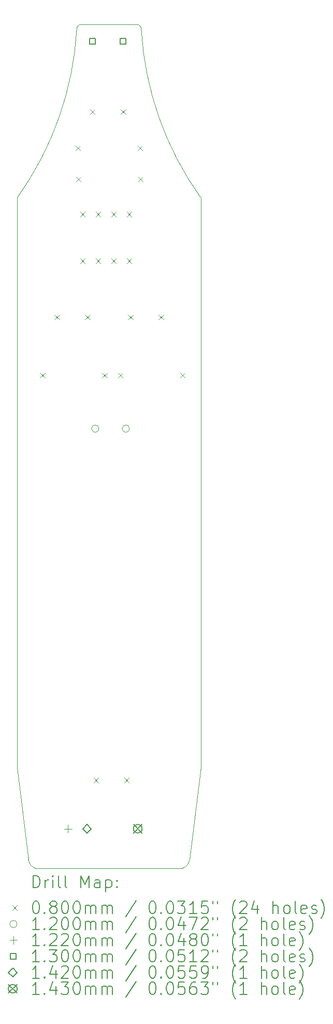
<source format=gbr>
%TF.GenerationSoftware,KiCad,Pcbnew,8.0.2-1*%
%TF.CreationDate,2024-06-20T14:35:38+08:00*%
%TF.ProjectId,troubleSeeker,74726f75-626c-4655-9365-656b65722e6b,rev?*%
%TF.SameCoordinates,Original*%
%TF.FileFunction,Drillmap*%
%TF.FilePolarity,Positive*%
%FSLAX45Y45*%
G04 Gerber Fmt 4.5, Leading zero omitted, Abs format (unit mm)*
G04 Created by KiCad (PCBNEW 8.0.2-1) date 2024-06-20 14:35:38*
%MOMM*%
%LPD*%
G01*
G04 APERTURE LIST*
%ADD10C,0.050000*%
%ADD11C,0.200000*%
%ADD12C,0.100000*%
%ADD13C,0.120000*%
%ADD14C,0.122000*%
%ADD15C,0.130000*%
%ADD16C,0.142000*%
%ADD17C,0.143000*%
G04 APERTURE END LIST*
D10*
X12000282Y-18049275D02*
G75*
G02*
X11880000Y-17900000I69718J179275D01*
G01*
X14520000Y-17900000D02*
G75*
G02*
X14399718Y-18049275I-190000J30000D01*
G01*
X14700000Y-7100000D02*
X14700000Y-16400000D01*
X11700000Y-7100000D02*
X11700000Y-16400000D01*
X13650000Y-4271799D02*
X12750000Y-4271799D01*
X13650000Y-4271799D02*
G75*
G02*
X13727870Y-4357184I0J-78201D01*
G01*
X12672130Y-4357184D02*
G75*
G02*
X12750000Y-4271799I77870J7184D01*
G01*
X12672130Y-4357184D02*
G75*
G02*
X11700000Y-7100000I-5222129J307184D01*
G01*
X14700000Y-7100000D02*
G75*
G02*
X13727870Y-4357184I4250000J3050000D01*
G01*
X12000282Y-18049275D02*
X14399718Y-18049275D01*
X11700000Y-16400000D02*
X11880000Y-17900000D01*
X14700000Y-16400000D02*
X14520000Y-17900000D01*
D11*
D12*
X12072000Y-9960000D02*
X12152000Y-10040000D01*
X12152000Y-9960000D02*
X12072000Y-10040000D01*
X12310000Y-9010000D02*
X12390000Y-9090000D01*
X12390000Y-9010000D02*
X12310000Y-9090000D01*
X12652000Y-6250000D02*
X12732000Y-6330000D01*
X12732000Y-6250000D02*
X12652000Y-6330000D01*
X12662000Y-6760000D02*
X12742000Y-6840000D01*
X12742000Y-6760000D02*
X12662000Y-6840000D01*
X12728000Y-7330000D02*
X12808000Y-7410000D01*
X12808000Y-7330000D02*
X12728000Y-7410000D01*
X12728000Y-8092000D02*
X12808000Y-8172000D01*
X12808000Y-8092000D02*
X12728000Y-8172000D01*
X12810000Y-9010000D02*
X12890000Y-9090000D01*
X12890000Y-9010000D02*
X12810000Y-9090000D01*
X12891000Y-5660000D02*
X12971000Y-5740000D01*
X12971000Y-5660000D02*
X12891000Y-5740000D01*
X12950000Y-16570000D02*
X13030000Y-16650000D01*
X13030000Y-16570000D02*
X12950000Y-16650000D01*
X12982000Y-7330000D02*
X13062000Y-7410000D01*
X13062000Y-7330000D02*
X12982000Y-7410000D01*
X12982000Y-8092000D02*
X13062000Y-8172000D01*
X13062000Y-8092000D02*
X12982000Y-8172000D01*
X13088000Y-9960000D02*
X13168000Y-10040000D01*
X13168000Y-9960000D02*
X13088000Y-10040000D01*
X13236000Y-7330000D02*
X13316000Y-7410000D01*
X13316000Y-7330000D02*
X13236000Y-7410000D01*
X13236000Y-8092000D02*
X13316000Y-8172000D01*
X13316000Y-8092000D02*
X13236000Y-8172000D01*
X13348000Y-9960000D02*
X13428000Y-10040000D01*
X13428000Y-9960000D02*
X13348000Y-10040000D01*
X13391000Y-5660000D02*
X13471000Y-5740000D01*
X13471000Y-5660000D02*
X13391000Y-5740000D01*
X13450000Y-16570000D02*
X13530000Y-16650000D01*
X13530000Y-16570000D02*
X13450000Y-16650000D01*
X13490000Y-7330000D02*
X13570000Y-7410000D01*
X13570000Y-7330000D02*
X13490000Y-7410000D01*
X13490000Y-8092000D02*
X13570000Y-8172000D01*
X13570000Y-8092000D02*
X13490000Y-8172000D01*
X13510000Y-9010000D02*
X13590000Y-9090000D01*
X13590000Y-9010000D02*
X13510000Y-9090000D01*
X13668000Y-6250000D02*
X13748000Y-6330000D01*
X13748000Y-6250000D02*
X13668000Y-6330000D01*
X13678000Y-6760000D02*
X13758000Y-6840000D01*
X13758000Y-6760000D02*
X13678000Y-6840000D01*
X14010000Y-9010000D02*
X14090000Y-9090000D01*
X14090000Y-9010000D02*
X14010000Y-9090000D01*
X14364000Y-9960000D02*
X14444000Y-10040000D01*
X14444000Y-9960000D02*
X14364000Y-10040000D01*
D13*
X13035000Y-10870000D02*
G75*
G02*
X12915000Y-10870000I-60000J0D01*
G01*
X12915000Y-10870000D02*
G75*
G02*
X13035000Y-10870000I60000J0D01*
G01*
X13535000Y-10870000D02*
G75*
G02*
X13415000Y-10870000I-60000J0D01*
G01*
X13415000Y-10870000D02*
G75*
G02*
X13535000Y-10870000I60000J0D01*
G01*
D14*
X12530000Y-17339000D02*
X12530000Y-17461000D01*
X12469000Y-17400000D02*
X12591000Y-17400000D01*
D15*
X12976962Y-4595962D02*
X12976962Y-4504038D01*
X12885038Y-4504038D01*
X12885038Y-4595962D01*
X12976962Y-4595962D01*
X13476962Y-4595962D02*
X13476962Y-4504038D01*
X13385038Y-4504038D01*
X13385038Y-4595962D01*
X13476962Y-4595962D01*
D16*
X12840000Y-17471000D02*
X12911000Y-17400000D01*
X12840000Y-17329000D01*
X12769000Y-17400000D01*
X12840000Y-17471000D01*
D17*
X13598500Y-17328500D02*
X13741500Y-17471500D01*
X13741500Y-17328500D02*
X13598500Y-17471500D01*
X13741500Y-17400000D02*
G75*
G02*
X13598500Y-17400000I-71500J0D01*
G01*
X13598500Y-17400000D02*
G75*
G02*
X13741500Y-17400000I71500J0D01*
G01*
D11*
X11958277Y-18363258D02*
X11958277Y-18163258D01*
X11958277Y-18163258D02*
X12005896Y-18163258D01*
X12005896Y-18163258D02*
X12034467Y-18172782D01*
X12034467Y-18172782D02*
X12053515Y-18191830D01*
X12053515Y-18191830D02*
X12063039Y-18210877D01*
X12063039Y-18210877D02*
X12072562Y-18248973D01*
X12072562Y-18248973D02*
X12072562Y-18277544D01*
X12072562Y-18277544D02*
X12063039Y-18315639D01*
X12063039Y-18315639D02*
X12053515Y-18334687D01*
X12053515Y-18334687D02*
X12034467Y-18353735D01*
X12034467Y-18353735D02*
X12005896Y-18363258D01*
X12005896Y-18363258D02*
X11958277Y-18363258D01*
X12158277Y-18363258D02*
X12158277Y-18229925D01*
X12158277Y-18268020D02*
X12167801Y-18248973D01*
X12167801Y-18248973D02*
X12177324Y-18239449D01*
X12177324Y-18239449D02*
X12196372Y-18229925D01*
X12196372Y-18229925D02*
X12215420Y-18229925D01*
X12282086Y-18363258D02*
X12282086Y-18229925D01*
X12282086Y-18163258D02*
X12272562Y-18172782D01*
X12272562Y-18172782D02*
X12282086Y-18182306D01*
X12282086Y-18182306D02*
X12291610Y-18172782D01*
X12291610Y-18172782D02*
X12282086Y-18163258D01*
X12282086Y-18163258D02*
X12282086Y-18182306D01*
X12405896Y-18363258D02*
X12386848Y-18353735D01*
X12386848Y-18353735D02*
X12377324Y-18334687D01*
X12377324Y-18334687D02*
X12377324Y-18163258D01*
X12510658Y-18363258D02*
X12491610Y-18353735D01*
X12491610Y-18353735D02*
X12482086Y-18334687D01*
X12482086Y-18334687D02*
X12482086Y-18163258D01*
X12739229Y-18363258D02*
X12739229Y-18163258D01*
X12739229Y-18163258D02*
X12805896Y-18306116D01*
X12805896Y-18306116D02*
X12872562Y-18163258D01*
X12872562Y-18163258D02*
X12872562Y-18363258D01*
X13053515Y-18363258D02*
X13053515Y-18258497D01*
X13053515Y-18258497D02*
X13043991Y-18239449D01*
X13043991Y-18239449D02*
X13024943Y-18229925D01*
X13024943Y-18229925D02*
X12986848Y-18229925D01*
X12986848Y-18229925D02*
X12967801Y-18239449D01*
X13053515Y-18353735D02*
X13034467Y-18363258D01*
X13034467Y-18363258D02*
X12986848Y-18363258D01*
X12986848Y-18363258D02*
X12967801Y-18353735D01*
X12967801Y-18353735D02*
X12958277Y-18334687D01*
X12958277Y-18334687D02*
X12958277Y-18315639D01*
X12958277Y-18315639D02*
X12967801Y-18296592D01*
X12967801Y-18296592D02*
X12986848Y-18287068D01*
X12986848Y-18287068D02*
X13034467Y-18287068D01*
X13034467Y-18287068D02*
X13053515Y-18277544D01*
X13148753Y-18229925D02*
X13148753Y-18429925D01*
X13148753Y-18239449D02*
X13167801Y-18229925D01*
X13167801Y-18229925D02*
X13205896Y-18229925D01*
X13205896Y-18229925D02*
X13224943Y-18239449D01*
X13224943Y-18239449D02*
X13234467Y-18248973D01*
X13234467Y-18248973D02*
X13243991Y-18268020D01*
X13243991Y-18268020D02*
X13243991Y-18325163D01*
X13243991Y-18325163D02*
X13234467Y-18344211D01*
X13234467Y-18344211D02*
X13224943Y-18353735D01*
X13224943Y-18353735D02*
X13205896Y-18363258D01*
X13205896Y-18363258D02*
X13167801Y-18363258D01*
X13167801Y-18363258D02*
X13148753Y-18353735D01*
X13329705Y-18344211D02*
X13339229Y-18353735D01*
X13339229Y-18353735D02*
X13329705Y-18363258D01*
X13329705Y-18363258D02*
X13320182Y-18353735D01*
X13320182Y-18353735D02*
X13329705Y-18344211D01*
X13329705Y-18344211D02*
X13329705Y-18363258D01*
X13329705Y-18239449D02*
X13339229Y-18248973D01*
X13339229Y-18248973D02*
X13329705Y-18258497D01*
X13329705Y-18258497D02*
X13320182Y-18248973D01*
X13320182Y-18248973D02*
X13329705Y-18239449D01*
X13329705Y-18239449D02*
X13329705Y-18258497D01*
D12*
X11617500Y-18651775D02*
X11697500Y-18731775D01*
X11697500Y-18651775D02*
X11617500Y-18731775D01*
D11*
X11996372Y-18583258D02*
X12015420Y-18583258D01*
X12015420Y-18583258D02*
X12034467Y-18592782D01*
X12034467Y-18592782D02*
X12043991Y-18602306D01*
X12043991Y-18602306D02*
X12053515Y-18621354D01*
X12053515Y-18621354D02*
X12063039Y-18659449D01*
X12063039Y-18659449D02*
X12063039Y-18707068D01*
X12063039Y-18707068D02*
X12053515Y-18745163D01*
X12053515Y-18745163D02*
X12043991Y-18764211D01*
X12043991Y-18764211D02*
X12034467Y-18773735D01*
X12034467Y-18773735D02*
X12015420Y-18783258D01*
X12015420Y-18783258D02*
X11996372Y-18783258D01*
X11996372Y-18783258D02*
X11977324Y-18773735D01*
X11977324Y-18773735D02*
X11967801Y-18764211D01*
X11967801Y-18764211D02*
X11958277Y-18745163D01*
X11958277Y-18745163D02*
X11948753Y-18707068D01*
X11948753Y-18707068D02*
X11948753Y-18659449D01*
X11948753Y-18659449D02*
X11958277Y-18621354D01*
X11958277Y-18621354D02*
X11967801Y-18602306D01*
X11967801Y-18602306D02*
X11977324Y-18592782D01*
X11977324Y-18592782D02*
X11996372Y-18583258D01*
X12148753Y-18764211D02*
X12158277Y-18773735D01*
X12158277Y-18773735D02*
X12148753Y-18783258D01*
X12148753Y-18783258D02*
X12139229Y-18773735D01*
X12139229Y-18773735D02*
X12148753Y-18764211D01*
X12148753Y-18764211D02*
X12148753Y-18783258D01*
X12272562Y-18668973D02*
X12253515Y-18659449D01*
X12253515Y-18659449D02*
X12243991Y-18649925D01*
X12243991Y-18649925D02*
X12234467Y-18630877D01*
X12234467Y-18630877D02*
X12234467Y-18621354D01*
X12234467Y-18621354D02*
X12243991Y-18602306D01*
X12243991Y-18602306D02*
X12253515Y-18592782D01*
X12253515Y-18592782D02*
X12272562Y-18583258D01*
X12272562Y-18583258D02*
X12310658Y-18583258D01*
X12310658Y-18583258D02*
X12329705Y-18592782D01*
X12329705Y-18592782D02*
X12339229Y-18602306D01*
X12339229Y-18602306D02*
X12348753Y-18621354D01*
X12348753Y-18621354D02*
X12348753Y-18630877D01*
X12348753Y-18630877D02*
X12339229Y-18649925D01*
X12339229Y-18649925D02*
X12329705Y-18659449D01*
X12329705Y-18659449D02*
X12310658Y-18668973D01*
X12310658Y-18668973D02*
X12272562Y-18668973D01*
X12272562Y-18668973D02*
X12253515Y-18678497D01*
X12253515Y-18678497D02*
X12243991Y-18688020D01*
X12243991Y-18688020D02*
X12234467Y-18707068D01*
X12234467Y-18707068D02*
X12234467Y-18745163D01*
X12234467Y-18745163D02*
X12243991Y-18764211D01*
X12243991Y-18764211D02*
X12253515Y-18773735D01*
X12253515Y-18773735D02*
X12272562Y-18783258D01*
X12272562Y-18783258D02*
X12310658Y-18783258D01*
X12310658Y-18783258D02*
X12329705Y-18773735D01*
X12329705Y-18773735D02*
X12339229Y-18764211D01*
X12339229Y-18764211D02*
X12348753Y-18745163D01*
X12348753Y-18745163D02*
X12348753Y-18707068D01*
X12348753Y-18707068D02*
X12339229Y-18688020D01*
X12339229Y-18688020D02*
X12329705Y-18678497D01*
X12329705Y-18678497D02*
X12310658Y-18668973D01*
X12472562Y-18583258D02*
X12491610Y-18583258D01*
X12491610Y-18583258D02*
X12510658Y-18592782D01*
X12510658Y-18592782D02*
X12520182Y-18602306D01*
X12520182Y-18602306D02*
X12529705Y-18621354D01*
X12529705Y-18621354D02*
X12539229Y-18659449D01*
X12539229Y-18659449D02*
X12539229Y-18707068D01*
X12539229Y-18707068D02*
X12529705Y-18745163D01*
X12529705Y-18745163D02*
X12520182Y-18764211D01*
X12520182Y-18764211D02*
X12510658Y-18773735D01*
X12510658Y-18773735D02*
X12491610Y-18783258D01*
X12491610Y-18783258D02*
X12472562Y-18783258D01*
X12472562Y-18783258D02*
X12453515Y-18773735D01*
X12453515Y-18773735D02*
X12443991Y-18764211D01*
X12443991Y-18764211D02*
X12434467Y-18745163D01*
X12434467Y-18745163D02*
X12424943Y-18707068D01*
X12424943Y-18707068D02*
X12424943Y-18659449D01*
X12424943Y-18659449D02*
X12434467Y-18621354D01*
X12434467Y-18621354D02*
X12443991Y-18602306D01*
X12443991Y-18602306D02*
X12453515Y-18592782D01*
X12453515Y-18592782D02*
X12472562Y-18583258D01*
X12663039Y-18583258D02*
X12682086Y-18583258D01*
X12682086Y-18583258D02*
X12701134Y-18592782D01*
X12701134Y-18592782D02*
X12710658Y-18602306D01*
X12710658Y-18602306D02*
X12720182Y-18621354D01*
X12720182Y-18621354D02*
X12729705Y-18659449D01*
X12729705Y-18659449D02*
X12729705Y-18707068D01*
X12729705Y-18707068D02*
X12720182Y-18745163D01*
X12720182Y-18745163D02*
X12710658Y-18764211D01*
X12710658Y-18764211D02*
X12701134Y-18773735D01*
X12701134Y-18773735D02*
X12682086Y-18783258D01*
X12682086Y-18783258D02*
X12663039Y-18783258D01*
X12663039Y-18783258D02*
X12643991Y-18773735D01*
X12643991Y-18773735D02*
X12634467Y-18764211D01*
X12634467Y-18764211D02*
X12624943Y-18745163D01*
X12624943Y-18745163D02*
X12615420Y-18707068D01*
X12615420Y-18707068D02*
X12615420Y-18659449D01*
X12615420Y-18659449D02*
X12624943Y-18621354D01*
X12624943Y-18621354D02*
X12634467Y-18602306D01*
X12634467Y-18602306D02*
X12643991Y-18592782D01*
X12643991Y-18592782D02*
X12663039Y-18583258D01*
X12815420Y-18783258D02*
X12815420Y-18649925D01*
X12815420Y-18668973D02*
X12824943Y-18659449D01*
X12824943Y-18659449D02*
X12843991Y-18649925D01*
X12843991Y-18649925D02*
X12872563Y-18649925D01*
X12872563Y-18649925D02*
X12891610Y-18659449D01*
X12891610Y-18659449D02*
X12901134Y-18678497D01*
X12901134Y-18678497D02*
X12901134Y-18783258D01*
X12901134Y-18678497D02*
X12910658Y-18659449D01*
X12910658Y-18659449D02*
X12929705Y-18649925D01*
X12929705Y-18649925D02*
X12958277Y-18649925D01*
X12958277Y-18649925D02*
X12977324Y-18659449D01*
X12977324Y-18659449D02*
X12986848Y-18678497D01*
X12986848Y-18678497D02*
X12986848Y-18783258D01*
X13082086Y-18783258D02*
X13082086Y-18649925D01*
X13082086Y-18668973D02*
X13091610Y-18659449D01*
X13091610Y-18659449D02*
X13110658Y-18649925D01*
X13110658Y-18649925D02*
X13139229Y-18649925D01*
X13139229Y-18649925D02*
X13158277Y-18659449D01*
X13158277Y-18659449D02*
X13167801Y-18678497D01*
X13167801Y-18678497D02*
X13167801Y-18783258D01*
X13167801Y-18678497D02*
X13177324Y-18659449D01*
X13177324Y-18659449D02*
X13196372Y-18649925D01*
X13196372Y-18649925D02*
X13224943Y-18649925D01*
X13224943Y-18649925D02*
X13243991Y-18659449D01*
X13243991Y-18659449D02*
X13253515Y-18678497D01*
X13253515Y-18678497D02*
X13253515Y-18783258D01*
X13643991Y-18573735D02*
X13472563Y-18830877D01*
X13901134Y-18583258D02*
X13920182Y-18583258D01*
X13920182Y-18583258D02*
X13939229Y-18592782D01*
X13939229Y-18592782D02*
X13948753Y-18602306D01*
X13948753Y-18602306D02*
X13958277Y-18621354D01*
X13958277Y-18621354D02*
X13967801Y-18659449D01*
X13967801Y-18659449D02*
X13967801Y-18707068D01*
X13967801Y-18707068D02*
X13958277Y-18745163D01*
X13958277Y-18745163D02*
X13948753Y-18764211D01*
X13948753Y-18764211D02*
X13939229Y-18773735D01*
X13939229Y-18773735D02*
X13920182Y-18783258D01*
X13920182Y-18783258D02*
X13901134Y-18783258D01*
X13901134Y-18783258D02*
X13882086Y-18773735D01*
X13882086Y-18773735D02*
X13872563Y-18764211D01*
X13872563Y-18764211D02*
X13863039Y-18745163D01*
X13863039Y-18745163D02*
X13853515Y-18707068D01*
X13853515Y-18707068D02*
X13853515Y-18659449D01*
X13853515Y-18659449D02*
X13863039Y-18621354D01*
X13863039Y-18621354D02*
X13872563Y-18602306D01*
X13872563Y-18602306D02*
X13882086Y-18592782D01*
X13882086Y-18592782D02*
X13901134Y-18583258D01*
X14053515Y-18764211D02*
X14063039Y-18773735D01*
X14063039Y-18773735D02*
X14053515Y-18783258D01*
X14053515Y-18783258D02*
X14043991Y-18773735D01*
X14043991Y-18773735D02*
X14053515Y-18764211D01*
X14053515Y-18764211D02*
X14053515Y-18783258D01*
X14186848Y-18583258D02*
X14205896Y-18583258D01*
X14205896Y-18583258D02*
X14224944Y-18592782D01*
X14224944Y-18592782D02*
X14234467Y-18602306D01*
X14234467Y-18602306D02*
X14243991Y-18621354D01*
X14243991Y-18621354D02*
X14253515Y-18659449D01*
X14253515Y-18659449D02*
X14253515Y-18707068D01*
X14253515Y-18707068D02*
X14243991Y-18745163D01*
X14243991Y-18745163D02*
X14234467Y-18764211D01*
X14234467Y-18764211D02*
X14224944Y-18773735D01*
X14224944Y-18773735D02*
X14205896Y-18783258D01*
X14205896Y-18783258D02*
X14186848Y-18783258D01*
X14186848Y-18783258D02*
X14167801Y-18773735D01*
X14167801Y-18773735D02*
X14158277Y-18764211D01*
X14158277Y-18764211D02*
X14148753Y-18745163D01*
X14148753Y-18745163D02*
X14139229Y-18707068D01*
X14139229Y-18707068D02*
X14139229Y-18659449D01*
X14139229Y-18659449D02*
X14148753Y-18621354D01*
X14148753Y-18621354D02*
X14158277Y-18602306D01*
X14158277Y-18602306D02*
X14167801Y-18592782D01*
X14167801Y-18592782D02*
X14186848Y-18583258D01*
X14320182Y-18583258D02*
X14443991Y-18583258D01*
X14443991Y-18583258D02*
X14377325Y-18659449D01*
X14377325Y-18659449D02*
X14405896Y-18659449D01*
X14405896Y-18659449D02*
X14424944Y-18668973D01*
X14424944Y-18668973D02*
X14434467Y-18678497D01*
X14434467Y-18678497D02*
X14443991Y-18697544D01*
X14443991Y-18697544D02*
X14443991Y-18745163D01*
X14443991Y-18745163D02*
X14434467Y-18764211D01*
X14434467Y-18764211D02*
X14424944Y-18773735D01*
X14424944Y-18773735D02*
X14405896Y-18783258D01*
X14405896Y-18783258D02*
X14348753Y-18783258D01*
X14348753Y-18783258D02*
X14329706Y-18773735D01*
X14329706Y-18773735D02*
X14320182Y-18764211D01*
X14634467Y-18783258D02*
X14520182Y-18783258D01*
X14577325Y-18783258D02*
X14577325Y-18583258D01*
X14577325Y-18583258D02*
X14558277Y-18611830D01*
X14558277Y-18611830D02*
X14539229Y-18630877D01*
X14539229Y-18630877D02*
X14520182Y-18640401D01*
X14815420Y-18583258D02*
X14720182Y-18583258D01*
X14720182Y-18583258D02*
X14710658Y-18678497D01*
X14710658Y-18678497D02*
X14720182Y-18668973D01*
X14720182Y-18668973D02*
X14739229Y-18659449D01*
X14739229Y-18659449D02*
X14786848Y-18659449D01*
X14786848Y-18659449D02*
X14805896Y-18668973D01*
X14805896Y-18668973D02*
X14815420Y-18678497D01*
X14815420Y-18678497D02*
X14824944Y-18697544D01*
X14824944Y-18697544D02*
X14824944Y-18745163D01*
X14824944Y-18745163D02*
X14815420Y-18764211D01*
X14815420Y-18764211D02*
X14805896Y-18773735D01*
X14805896Y-18773735D02*
X14786848Y-18783258D01*
X14786848Y-18783258D02*
X14739229Y-18783258D01*
X14739229Y-18783258D02*
X14720182Y-18773735D01*
X14720182Y-18773735D02*
X14710658Y-18764211D01*
X14901134Y-18583258D02*
X14901134Y-18621354D01*
X14977325Y-18583258D02*
X14977325Y-18621354D01*
X15272563Y-18859449D02*
X15263039Y-18849925D01*
X15263039Y-18849925D02*
X15243991Y-18821354D01*
X15243991Y-18821354D02*
X15234468Y-18802306D01*
X15234468Y-18802306D02*
X15224944Y-18773735D01*
X15224944Y-18773735D02*
X15215420Y-18726116D01*
X15215420Y-18726116D02*
X15215420Y-18688020D01*
X15215420Y-18688020D02*
X15224944Y-18640401D01*
X15224944Y-18640401D02*
X15234468Y-18611830D01*
X15234468Y-18611830D02*
X15243991Y-18592782D01*
X15243991Y-18592782D02*
X15263039Y-18564211D01*
X15263039Y-18564211D02*
X15272563Y-18554687D01*
X15339229Y-18602306D02*
X15348753Y-18592782D01*
X15348753Y-18592782D02*
X15367801Y-18583258D01*
X15367801Y-18583258D02*
X15415420Y-18583258D01*
X15415420Y-18583258D02*
X15434468Y-18592782D01*
X15434468Y-18592782D02*
X15443991Y-18602306D01*
X15443991Y-18602306D02*
X15453515Y-18621354D01*
X15453515Y-18621354D02*
X15453515Y-18640401D01*
X15453515Y-18640401D02*
X15443991Y-18668973D01*
X15443991Y-18668973D02*
X15329706Y-18783258D01*
X15329706Y-18783258D02*
X15453515Y-18783258D01*
X15624944Y-18649925D02*
X15624944Y-18783258D01*
X15577325Y-18573735D02*
X15529706Y-18716592D01*
X15529706Y-18716592D02*
X15653515Y-18716592D01*
X15882087Y-18783258D02*
X15882087Y-18583258D01*
X15967801Y-18783258D02*
X15967801Y-18678497D01*
X15967801Y-18678497D02*
X15958277Y-18659449D01*
X15958277Y-18659449D02*
X15939230Y-18649925D01*
X15939230Y-18649925D02*
X15910658Y-18649925D01*
X15910658Y-18649925D02*
X15891610Y-18659449D01*
X15891610Y-18659449D02*
X15882087Y-18668973D01*
X16091610Y-18783258D02*
X16072563Y-18773735D01*
X16072563Y-18773735D02*
X16063039Y-18764211D01*
X16063039Y-18764211D02*
X16053515Y-18745163D01*
X16053515Y-18745163D02*
X16053515Y-18688020D01*
X16053515Y-18688020D02*
X16063039Y-18668973D01*
X16063039Y-18668973D02*
X16072563Y-18659449D01*
X16072563Y-18659449D02*
X16091610Y-18649925D01*
X16091610Y-18649925D02*
X16120182Y-18649925D01*
X16120182Y-18649925D02*
X16139230Y-18659449D01*
X16139230Y-18659449D02*
X16148753Y-18668973D01*
X16148753Y-18668973D02*
X16158277Y-18688020D01*
X16158277Y-18688020D02*
X16158277Y-18745163D01*
X16158277Y-18745163D02*
X16148753Y-18764211D01*
X16148753Y-18764211D02*
X16139230Y-18773735D01*
X16139230Y-18773735D02*
X16120182Y-18783258D01*
X16120182Y-18783258D02*
X16091610Y-18783258D01*
X16272563Y-18783258D02*
X16253515Y-18773735D01*
X16253515Y-18773735D02*
X16243991Y-18754687D01*
X16243991Y-18754687D02*
X16243991Y-18583258D01*
X16424944Y-18773735D02*
X16405896Y-18783258D01*
X16405896Y-18783258D02*
X16367801Y-18783258D01*
X16367801Y-18783258D02*
X16348753Y-18773735D01*
X16348753Y-18773735D02*
X16339230Y-18754687D01*
X16339230Y-18754687D02*
X16339230Y-18678497D01*
X16339230Y-18678497D02*
X16348753Y-18659449D01*
X16348753Y-18659449D02*
X16367801Y-18649925D01*
X16367801Y-18649925D02*
X16405896Y-18649925D01*
X16405896Y-18649925D02*
X16424944Y-18659449D01*
X16424944Y-18659449D02*
X16434468Y-18678497D01*
X16434468Y-18678497D02*
X16434468Y-18697544D01*
X16434468Y-18697544D02*
X16339230Y-18716592D01*
X16510658Y-18773735D02*
X16529706Y-18783258D01*
X16529706Y-18783258D02*
X16567801Y-18783258D01*
X16567801Y-18783258D02*
X16586849Y-18773735D01*
X16586849Y-18773735D02*
X16596372Y-18754687D01*
X16596372Y-18754687D02*
X16596372Y-18745163D01*
X16596372Y-18745163D02*
X16586849Y-18726116D01*
X16586849Y-18726116D02*
X16567801Y-18716592D01*
X16567801Y-18716592D02*
X16539230Y-18716592D01*
X16539230Y-18716592D02*
X16520182Y-18707068D01*
X16520182Y-18707068D02*
X16510658Y-18688020D01*
X16510658Y-18688020D02*
X16510658Y-18678497D01*
X16510658Y-18678497D02*
X16520182Y-18659449D01*
X16520182Y-18659449D02*
X16539230Y-18649925D01*
X16539230Y-18649925D02*
X16567801Y-18649925D01*
X16567801Y-18649925D02*
X16586849Y-18659449D01*
X16663039Y-18859449D02*
X16672563Y-18849925D01*
X16672563Y-18849925D02*
X16691611Y-18821354D01*
X16691611Y-18821354D02*
X16701134Y-18802306D01*
X16701134Y-18802306D02*
X16710658Y-18773735D01*
X16710658Y-18773735D02*
X16720182Y-18726116D01*
X16720182Y-18726116D02*
X16720182Y-18688020D01*
X16720182Y-18688020D02*
X16710658Y-18640401D01*
X16710658Y-18640401D02*
X16701134Y-18611830D01*
X16701134Y-18611830D02*
X16691611Y-18592782D01*
X16691611Y-18592782D02*
X16672563Y-18564211D01*
X16672563Y-18564211D02*
X16663039Y-18554687D01*
D13*
X11697500Y-18955775D02*
G75*
G02*
X11577500Y-18955775I-60000J0D01*
G01*
X11577500Y-18955775D02*
G75*
G02*
X11697500Y-18955775I60000J0D01*
G01*
D11*
X12063039Y-19047258D02*
X11948753Y-19047258D01*
X12005896Y-19047258D02*
X12005896Y-18847258D01*
X12005896Y-18847258D02*
X11986848Y-18875830D01*
X11986848Y-18875830D02*
X11967801Y-18894877D01*
X11967801Y-18894877D02*
X11948753Y-18904401D01*
X12148753Y-19028211D02*
X12158277Y-19037735D01*
X12158277Y-19037735D02*
X12148753Y-19047258D01*
X12148753Y-19047258D02*
X12139229Y-19037735D01*
X12139229Y-19037735D02*
X12148753Y-19028211D01*
X12148753Y-19028211D02*
X12148753Y-19047258D01*
X12234467Y-18866306D02*
X12243991Y-18856782D01*
X12243991Y-18856782D02*
X12263039Y-18847258D01*
X12263039Y-18847258D02*
X12310658Y-18847258D01*
X12310658Y-18847258D02*
X12329705Y-18856782D01*
X12329705Y-18856782D02*
X12339229Y-18866306D01*
X12339229Y-18866306D02*
X12348753Y-18885354D01*
X12348753Y-18885354D02*
X12348753Y-18904401D01*
X12348753Y-18904401D02*
X12339229Y-18932973D01*
X12339229Y-18932973D02*
X12224943Y-19047258D01*
X12224943Y-19047258D02*
X12348753Y-19047258D01*
X12472562Y-18847258D02*
X12491610Y-18847258D01*
X12491610Y-18847258D02*
X12510658Y-18856782D01*
X12510658Y-18856782D02*
X12520182Y-18866306D01*
X12520182Y-18866306D02*
X12529705Y-18885354D01*
X12529705Y-18885354D02*
X12539229Y-18923449D01*
X12539229Y-18923449D02*
X12539229Y-18971068D01*
X12539229Y-18971068D02*
X12529705Y-19009163D01*
X12529705Y-19009163D02*
X12520182Y-19028211D01*
X12520182Y-19028211D02*
X12510658Y-19037735D01*
X12510658Y-19037735D02*
X12491610Y-19047258D01*
X12491610Y-19047258D02*
X12472562Y-19047258D01*
X12472562Y-19047258D02*
X12453515Y-19037735D01*
X12453515Y-19037735D02*
X12443991Y-19028211D01*
X12443991Y-19028211D02*
X12434467Y-19009163D01*
X12434467Y-19009163D02*
X12424943Y-18971068D01*
X12424943Y-18971068D02*
X12424943Y-18923449D01*
X12424943Y-18923449D02*
X12434467Y-18885354D01*
X12434467Y-18885354D02*
X12443991Y-18866306D01*
X12443991Y-18866306D02*
X12453515Y-18856782D01*
X12453515Y-18856782D02*
X12472562Y-18847258D01*
X12663039Y-18847258D02*
X12682086Y-18847258D01*
X12682086Y-18847258D02*
X12701134Y-18856782D01*
X12701134Y-18856782D02*
X12710658Y-18866306D01*
X12710658Y-18866306D02*
X12720182Y-18885354D01*
X12720182Y-18885354D02*
X12729705Y-18923449D01*
X12729705Y-18923449D02*
X12729705Y-18971068D01*
X12729705Y-18971068D02*
X12720182Y-19009163D01*
X12720182Y-19009163D02*
X12710658Y-19028211D01*
X12710658Y-19028211D02*
X12701134Y-19037735D01*
X12701134Y-19037735D02*
X12682086Y-19047258D01*
X12682086Y-19047258D02*
X12663039Y-19047258D01*
X12663039Y-19047258D02*
X12643991Y-19037735D01*
X12643991Y-19037735D02*
X12634467Y-19028211D01*
X12634467Y-19028211D02*
X12624943Y-19009163D01*
X12624943Y-19009163D02*
X12615420Y-18971068D01*
X12615420Y-18971068D02*
X12615420Y-18923449D01*
X12615420Y-18923449D02*
X12624943Y-18885354D01*
X12624943Y-18885354D02*
X12634467Y-18866306D01*
X12634467Y-18866306D02*
X12643991Y-18856782D01*
X12643991Y-18856782D02*
X12663039Y-18847258D01*
X12815420Y-19047258D02*
X12815420Y-18913925D01*
X12815420Y-18932973D02*
X12824943Y-18923449D01*
X12824943Y-18923449D02*
X12843991Y-18913925D01*
X12843991Y-18913925D02*
X12872563Y-18913925D01*
X12872563Y-18913925D02*
X12891610Y-18923449D01*
X12891610Y-18923449D02*
X12901134Y-18942497D01*
X12901134Y-18942497D02*
X12901134Y-19047258D01*
X12901134Y-18942497D02*
X12910658Y-18923449D01*
X12910658Y-18923449D02*
X12929705Y-18913925D01*
X12929705Y-18913925D02*
X12958277Y-18913925D01*
X12958277Y-18913925D02*
X12977324Y-18923449D01*
X12977324Y-18923449D02*
X12986848Y-18942497D01*
X12986848Y-18942497D02*
X12986848Y-19047258D01*
X13082086Y-19047258D02*
X13082086Y-18913925D01*
X13082086Y-18932973D02*
X13091610Y-18923449D01*
X13091610Y-18923449D02*
X13110658Y-18913925D01*
X13110658Y-18913925D02*
X13139229Y-18913925D01*
X13139229Y-18913925D02*
X13158277Y-18923449D01*
X13158277Y-18923449D02*
X13167801Y-18942497D01*
X13167801Y-18942497D02*
X13167801Y-19047258D01*
X13167801Y-18942497D02*
X13177324Y-18923449D01*
X13177324Y-18923449D02*
X13196372Y-18913925D01*
X13196372Y-18913925D02*
X13224943Y-18913925D01*
X13224943Y-18913925D02*
X13243991Y-18923449D01*
X13243991Y-18923449D02*
X13253515Y-18942497D01*
X13253515Y-18942497D02*
X13253515Y-19047258D01*
X13643991Y-18837735D02*
X13472563Y-19094877D01*
X13901134Y-18847258D02*
X13920182Y-18847258D01*
X13920182Y-18847258D02*
X13939229Y-18856782D01*
X13939229Y-18856782D02*
X13948753Y-18866306D01*
X13948753Y-18866306D02*
X13958277Y-18885354D01*
X13958277Y-18885354D02*
X13967801Y-18923449D01*
X13967801Y-18923449D02*
X13967801Y-18971068D01*
X13967801Y-18971068D02*
X13958277Y-19009163D01*
X13958277Y-19009163D02*
X13948753Y-19028211D01*
X13948753Y-19028211D02*
X13939229Y-19037735D01*
X13939229Y-19037735D02*
X13920182Y-19047258D01*
X13920182Y-19047258D02*
X13901134Y-19047258D01*
X13901134Y-19047258D02*
X13882086Y-19037735D01*
X13882086Y-19037735D02*
X13872563Y-19028211D01*
X13872563Y-19028211D02*
X13863039Y-19009163D01*
X13863039Y-19009163D02*
X13853515Y-18971068D01*
X13853515Y-18971068D02*
X13853515Y-18923449D01*
X13853515Y-18923449D02*
X13863039Y-18885354D01*
X13863039Y-18885354D02*
X13872563Y-18866306D01*
X13872563Y-18866306D02*
X13882086Y-18856782D01*
X13882086Y-18856782D02*
X13901134Y-18847258D01*
X14053515Y-19028211D02*
X14063039Y-19037735D01*
X14063039Y-19037735D02*
X14053515Y-19047258D01*
X14053515Y-19047258D02*
X14043991Y-19037735D01*
X14043991Y-19037735D02*
X14053515Y-19028211D01*
X14053515Y-19028211D02*
X14053515Y-19047258D01*
X14186848Y-18847258D02*
X14205896Y-18847258D01*
X14205896Y-18847258D02*
X14224944Y-18856782D01*
X14224944Y-18856782D02*
X14234467Y-18866306D01*
X14234467Y-18866306D02*
X14243991Y-18885354D01*
X14243991Y-18885354D02*
X14253515Y-18923449D01*
X14253515Y-18923449D02*
X14253515Y-18971068D01*
X14253515Y-18971068D02*
X14243991Y-19009163D01*
X14243991Y-19009163D02*
X14234467Y-19028211D01*
X14234467Y-19028211D02*
X14224944Y-19037735D01*
X14224944Y-19037735D02*
X14205896Y-19047258D01*
X14205896Y-19047258D02*
X14186848Y-19047258D01*
X14186848Y-19047258D02*
X14167801Y-19037735D01*
X14167801Y-19037735D02*
X14158277Y-19028211D01*
X14158277Y-19028211D02*
X14148753Y-19009163D01*
X14148753Y-19009163D02*
X14139229Y-18971068D01*
X14139229Y-18971068D02*
X14139229Y-18923449D01*
X14139229Y-18923449D02*
X14148753Y-18885354D01*
X14148753Y-18885354D02*
X14158277Y-18866306D01*
X14158277Y-18866306D02*
X14167801Y-18856782D01*
X14167801Y-18856782D02*
X14186848Y-18847258D01*
X14424944Y-18913925D02*
X14424944Y-19047258D01*
X14377325Y-18837735D02*
X14329706Y-18980592D01*
X14329706Y-18980592D02*
X14453515Y-18980592D01*
X14510658Y-18847258D02*
X14643991Y-18847258D01*
X14643991Y-18847258D02*
X14558277Y-19047258D01*
X14710658Y-18866306D02*
X14720182Y-18856782D01*
X14720182Y-18856782D02*
X14739229Y-18847258D01*
X14739229Y-18847258D02*
X14786848Y-18847258D01*
X14786848Y-18847258D02*
X14805896Y-18856782D01*
X14805896Y-18856782D02*
X14815420Y-18866306D01*
X14815420Y-18866306D02*
X14824944Y-18885354D01*
X14824944Y-18885354D02*
X14824944Y-18904401D01*
X14824944Y-18904401D02*
X14815420Y-18932973D01*
X14815420Y-18932973D02*
X14701134Y-19047258D01*
X14701134Y-19047258D02*
X14824944Y-19047258D01*
X14901134Y-18847258D02*
X14901134Y-18885354D01*
X14977325Y-18847258D02*
X14977325Y-18885354D01*
X15272563Y-19123449D02*
X15263039Y-19113925D01*
X15263039Y-19113925D02*
X15243991Y-19085354D01*
X15243991Y-19085354D02*
X15234468Y-19066306D01*
X15234468Y-19066306D02*
X15224944Y-19037735D01*
X15224944Y-19037735D02*
X15215420Y-18990116D01*
X15215420Y-18990116D02*
X15215420Y-18952020D01*
X15215420Y-18952020D02*
X15224944Y-18904401D01*
X15224944Y-18904401D02*
X15234468Y-18875830D01*
X15234468Y-18875830D02*
X15243991Y-18856782D01*
X15243991Y-18856782D02*
X15263039Y-18828211D01*
X15263039Y-18828211D02*
X15272563Y-18818687D01*
X15339229Y-18866306D02*
X15348753Y-18856782D01*
X15348753Y-18856782D02*
X15367801Y-18847258D01*
X15367801Y-18847258D02*
X15415420Y-18847258D01*
X15415420Y-18847258D02*
X15434468Y-18856782D01*
X15434468Y-18856782D02*
X15443991Y-18866306D01*
X15443991Y-18866306D02*
X15453515Y-18885354D01*
X15453515Y-18885354D02*
X15453515Y-18904401D01*
X15453515Y-18904401D02*
X15443991Y-18932973D01*
X15443991Y-18932973D02*
X15329706Y-19047258D01*
X15329706Y-19047258D02*
X15453515Y-19047258D01*
X15691610Y-19047258D02*
X15691610Y-18847258D01*
X15777325Y-19047258D02*
X15777325Y-18942497D01*
X15777325Y-18942497D02*
X15767801Y-18923449D01*
X15767801Y-18923449D02*
X15748753Y-18913925D01*
X15748753Y-18913925D02*
X15720182Y-18913925D01*
X15720182Y-18913925D02*
X15701134Y-18923449D01*
X15701134Y-18923449D02*
X15691610Y-18932973D01*
X15901134Y-19047258D02*
X15882087Y-19037735D01*
X15882087Y-19037735D02*
X15872563Y-19028211D01*
X15872563Y-19028211D02*
X15863039Y-19009163D01*
X15863039Y-19009163D02*
X15863039Y-18952020D01*
X15863039Y-18952020D02*
X15872563Y-18932973D01*
X15872563Y-18932973D02*
X15882087Y-18923449D01*
X15882087Y-18923449D02*
X15901134Y-18913925D01*
X15901134Y-18913925D02*
X15929706Y-18913925D01*
X15929706Y-18913925D02*
X15948753Y-18923449D01*
X15948753Y-18923449D02*
X15958277Y-18932973D01*
X15958277Y-18932973D02*
X15967801Y-18952020D01*
X15967801Y-18952020D02*
X15967801Y-19009163D01*
X15967801Y-19009163D02*
X15958277Y-19028211D01*
X15958277Y-19028211D02*
X15948753Y-19037735D01*
X15948753Y-19037735D02*
X15929706Y-19047258D01*
X15929706Y-19047258D02*
X15901134Y-19047258D01*
X16082087Y-19047258D02*
X16063039Y-19037735D01*
X16063039Y-19037735D02*
X16053515Y-19018687D01*
X16053515Y-19018687D02*
X16053515Y-18847258D01*
X16234468Y-19037735D02*
X16215420Y-19047258D01*
X16215420Y-19047258D02*
X16177325Y-19047258D01*
X16177325Y-19047258D02*
X16158277Y-19037735D01*
X16158277Y-19037735D02*
X16148753Y-19018687D01*
X16148753Y-19018687D02*
X16148753Y-18942497D01*
X16148753Y-18942497D02*
X16158277Y-18923449D01*
X16158277Y-18923449D02*
X16177325Y-18913925D01*
X16177325Y-18913925D02*
X16215420Y-18913925D01*
X16215420Y-18913925D02*
X16234468Y-18923449D01*
X16234468Y-18923449D02*
X16243991Y-18942497D01*
X16243991Y-18942497D02*
X16243991Y-18961544D01*
X16243991Y-18961544D02*
X16148753Y-18980592D01*
X16320182Y-19037735D02*
X16339230Y-19047258D01*
X16339230Y-19047258D02*
X16377325Y-19047258D01*
X16377325Y-19047258D02*
X16396372Y-19037735D01*
X16396372Y-19037735D02*
X16405896Y-19018687D01*
X16405896Y-19018687D02*
X16405896Y-19009163D01*
X16405896Y-19009163D02*
X16396372Y-18990116D01*
X16396372Y-18990116D02*
X16377325Y-18980592D01*
X16377325Y-18980592D02*
X16348753Y-18980592D01*
X16348753Y-18980592D02*
X16329706Y-18971068D01*
X16329706Y-18971068D02*
X16320182Y-18952020D01*
X16320182Y-18952020D02*
X16320182Y-18942497D01*
X16320182Y-18942497D02*
X16329706Y-18923449D01*
X16329706Y-18923449D02*
X16348753Y-18913925D01*
X16348753Y-18913925D02*
X16377325Y-18913925D01*
X16377325Y-18913925D02*
X16396372Y-18923449D01*
X16472563Y-19123449D02*
X16482087Y-19113925D01*
X16482087Y-19113925D02*
X16501134Y-19085354D01*
X16501134Y-19085354D02*
X16510658Y-19066306D01*
X16510658Y-19066306D02*
X16520182Y-19037735D01*
X16520182Y-19037735D02*
X16529706Y-18990116D01*
X16529706Y-18990116D02*
X16529706Y-18952020D01*
X16529706Y-18952020D02*
X16520182Y-18904401D01*
X16520182Y-18904401D02*
X16510658Y-18875830D01*
X16510658Y-18875830D02*
X16501134Y-18856782D01*
X16501134Y-18856782D02*
X16482087Y-18828211D01*
X16482087Y-18828211D02*
X16472563Y-18818687D01*
D14*
X11636500Y-19158775D02*
X11636500Y-19280775D01*
X11575500Y-19219775D02*
X11697500Y-19219775D01*
D11*
X12063039Y-19311258D02*
X11948753Y-19311258D01*
X12005896Y-19311258D02*
X12005896Y-19111258D01*
X12005896Y-19111258D02*
X11986848Y-19139830D01*
X11986848Y-19139830D02*
X11967801Y-19158877D01*
X11967801Y-19158877D02*
X11948753Y-19168401D01*
X12148753Y-19292211D02*
X12158277Y-19301735D01*
X12158277Y-19301735D02*
X12148753Y-19311258D01*
X12148753Y-19311258D02*
X12139229Y-19301735D01*
X12139229Y-19301735D02*
X12148753Y-19292211D01*
X12148753Y-19292211D02*
X12148753Y-19311258D01*
X12234467Y-19130306D02*
X12243991Y-19120782D01*
X12243991Y-19120782D02*
X12263039Y-19111258D01*
X12263039Y-19111258D02*
X12310658Y-19111258D01*
X12310658Y-19111258D02*
X12329705Y-19120782D01*
X12329705Y-19120782D02*
X12339229Y-19130306D01*
X12339229Y-19130306D02*
X12348753Y-19149354D01*
X12348753Y-19149354D02*
X12348753Y-19168401D01*
X12348753Y-19168401D02*
X12339229Y-19196973D01*
X12339229Y-19196973D02*
X12224943Y-19311258D01*
X12224943Y-19311258D02*
X12348753Y-19311258D01*
X12424943Y-19130306D02*
X12434467Y-19120782D01*
X12434467Y-19120782D02*
X12453515Y-19111258D01*
X12453515Y-19111258D02*
X12501134Y-19111258D01*
X12501134Y-19111258D02*
X12520182Y-19120782D01*
X12520182Y-19120782D02*
X12529705Y-19130306D01*
X12529705Y-19130306D02*
X12539229Y-19149354D01*
X12539229Y-19149354D02*
X12539229Y-19168401D01*
X12539229Y-19168401D02*
X12529705Y-19196973D01*
X12529705Y-19196973D02*
X12415420Y-19311258D01*
X12415420Y-19311258D02*
X12539229Y-19311258D01*
X12663039Y-19111258D02*
X12682086Y-19111258D01*
X12682086Y-19111258D02*
X12701134Y-19120782D01*
X12701134Y-19120782D02*
X12710658Y-19130306D01*
X12710658Y-19130306D02*
X12720182Y-19149354D01*
X12720182Y-19149354D02*
X12729705Y-19187449D01*
X12729705Y-19187449D02*
X12729705Y-19235068D01*
X12729705Y-19235068D02*
X12720182Y-19273163D01*
X12720182Y-19273163D02*
X12710658Y-19292211D01*
X12710658Y-19292211D02*
X12701134Y-19301735D01*
X12701134Y-19301735D02*
X12682086Y-19311258D01*
X12682086Y-19311258D02*
X12663039Y-19311258D01*
X12663039Y-19311258D02*
X12643991Y-19301735D01*
X12643991Y-19301735D02*
X12634467Y-19292211D01*
X12634467Y-19292211D02*
X12624943Y-19273163D01*
X12624943Y-19273163D02*
X12615420Y-19235068D01*
X12615420Y-19235068D02*
X12615420Y-19187449D01*
X12615420Y-19187449D02*
X12624943Y-19149354D01*
X12624943Y-19149354D02*
X12634467Y-19130306D01*
X12634467Y-19130306D02*
X12643991Y-19120782D01*
X12643991Y-19120782D02*
X12663039Y-19111258D01*
X12815420Y-19311258D02*
X12815420Y-19177925D01*
X12815420Y-19196973D02*
X12824943Y-19187449D01*
X12824943Y-19187449D02*
X12843991Y-19177925D01*
X12843991Y-19177925D02*
X12872563Y-19177925D01*
X12872563Y-19177925D02*
X12891610Y-19187449D01*
X12891610Y-19187449D02*
X12901134Y-19206497D01*
X12901134Y-19206497D02*
X12901134Y-19311258D01*
X12901134Y-19206497D02*
X12910658Y-19187449D01*
X12910658Y-19187449D02*
X12929705Y-19177925D01*
X12929705Y-19177925D02*
X12958277Y-19177925D01*
X12958277Y-19177925D02*
X12977324Y-19187449D01*
X12977324Y-19187449D02*
X12986848Y-19206497D01*
X12986848Y-19206497D02*
X12986848Y-19311258D01*
X13082086Y-19311258D02*
X13082086Y-19177925D01*
X13082086Y-19196973D02*
X13091610Y-19187449D01*
X13091610Y-19187449D02*
X13110658Y-19177925D01*
X13110658Y-19177925D02*
X13139229Y-19177925D01*
X13139229Y-19177925D02*
X13158277Y-19187449D01*
X13158277Y-19187449D02*
X13167801Y-19206497D01*
X13167801Y-19206497D02*
X13167801Y-19311258D01*
X13167801Y-19206497D02*
X13177324Y-19187449D01*
X13177324Y-19187449D02*
X13196372Y-19177925D01*
X13196372Y-19177925D02*
X13224943Y-19177925D01*
X13224943Y-19177925D02*
X13243991Y-19187449D01*
X13243991Y-19187449D02*
X13253515Y-19206497D01*
X13253515Y-19206497D02*
X13253515Y-19311258D01*
X13643991Y-19101735D02*
X13472563Y-19358877D01*
X13901134Y-19111258D02*
X13920182Y-19111258D01*
X13920182Y-19111258D02*
X13939229Y-19120782D01*
X13939229Y-19120782D02*
X13948753Y-19130306D01*
X13948753Y-19130306D02*
X13958277Y-19149354D01*
X13958277Y-19149354D02*
X13967801Y-19187449D01*
X13967801Y-19187449D02*
X13967801Y-19235068D01*
X13967801Y-19235068D02*
X13958277Y-19273163D01*
X13958277Y-19273163D02*
X13948753Y-19292211D01*
X13948753Y-19292211D02*
X13939229Y-19301735D01*
X13939229Y-19301735D02*
X13920182Y-19311258D01*
X13920182Y-19311258D02*
X13901134Y-19311258D01*
X13901134Y-19311258D02*
X13882086Y-19301735D01*
X13882086Y-19301735D02*
X13872563Y-19292211D01*
X13872563Y-19292211D02*
X13863039Y-19273163D01*
X13863039Y-19273163D02*
X13853515Y-19235068D01*
X13853515Y-19235068D02*
X13853515Y-19187449D01*
X13853515Y-19187449D02*
X13863039Y-19149354D01*
X13863039Y-19149354D02*
X13872563Y-19130306D01*
X13872563Y-19130306D02*
X13882086Y-19120782D01*
X13882086Y-19120782D02*
X13901134Y-19111258D01*
X14053515Y-19292211D02*
X14063039Y-19301735D01*
X14063039Y-19301735D02*
X14053515Y-19311258D01*
X14053515Y-19311258D02*
X14043991Y-19301735D01*
X14043991Y-19301735D02*
X14053515Y-19292211D01*
X14053515Y-19292211D02*
X14053515Y-19311258D01*
X14186848Y-19111258D02*
X14205896Y-19111258D01*
X14205896Y-19111258D02*
X14224944Y-19120782D01*
X14224944Y-19120782D02*
X14234467Y-19130306D01*
X14234467Y-19130306D02*
X14243991Y-19149354D01*
X14243991Y-19149354D02*
X14253515Y-19187449D01*
X14253515Y-19187449D02*
X14253515Y-19235068D01*
X14253515Y-19235068D02*
X14243991Y-19273163D01*
X14243991Y-19273163D02*
X14234467Y-19292211D01*
X14234467Y-19292211D02*
X14224944Y-19301735D01*
X14224944Y-19301735D02*
X14205896Y-19311258D01*
X14205896Y-19311258D02*
X14186848Y-19311258D01*
X14186848Y-19311258D02*
X14167801Y-19301735D01*
X14167801Y-19301735D02*
X14158277Y-19292211D01*
X14158277Y-19292211D02*
X14148753Y-19273163D01*
X14148753Y-19273163D02*
X14139229Y-19235068D01*
X14139229Y-19235068D02*
X14139229Y-19187449D01*
X14139229Y-19187449D02*
X14148753Y-19149354D01*
X14148753Y-19149354D02*
X14158277Y-19130306D01*
X14158277Y-19130306D02*
X14167801Y-19120782D01*
X14167801Y-19120782D02*
X14186848Y-19111258D01*
X14424944Y-19177925D02*
X14424944Y-19311258D01*
X14377325Y-19101735D02*
X14329706Y-19244592D01*
X14329706Y-19244592D02*
X14453515Y-19244592D01*
X14558277Y-19196973D02*
X14539229Y-19187449D01*
X14539229Y-19187449D02*
X14529706Y-19177925D01*
X14529706Y-19177925D02*
X14520182Y-19158877D01*
X14520182Y-19158877D02*
X14520182Y-19149354D01*
X14520182Y-19149354D02*
X14529706Y-19130306D01*
X14529706Y-19130306D02*
X14539229Y-19120782D01*
X14539229Y-19120782D02*
X14558277Y-19111258D01*
X14558277Y-19111258D02*
X14596372Y-19111258D01*
X14596372Y-19111258D02*
X14615420Y-19120782D01*
X14615420Y-19120782D02*
X14624944Y-19130306D01*
X14624944Y-19130306D02*
X14634467Y-19149354D01*
X14634467Y-19149354D02*
X14634467Y-19158877D01*
X14634467Y-19158877D02*
X14624944Y-19177925D01*
X14624944Y-19177925D02*
X14615420Y-19187449D01*
X14615420Y-19187449D02*
X14596372Y-19196973D01*
X14596372Y-19196973D02*
X14558277Y-19196973D01*
X14558277Y-19196973D02*
X14539229Y-19206497D01*
X14539229Y-19206497D02*
X14529706Y-19216020D01*
X14529706Y-19216020D02*
X14520182Y-19235068D01*
X14520182Y-19235068D02*
X14520182Y-19273163D01*
X14520182Y-19273163D02*
X14529706Y-19292211D01*
X14529706Y-19292211D02*
X14539229Y-19301735D01*
X14539229Y-19301735D02*
X14558277Y-19311258D01*
X14558277Y-19311258D02*
X14596372Y-19311258D01*
X14596372Y-19311258D02*
X14615420Y-19301735D01*
X14615420Y-19301735D02*
X14624944Y-19292211D01*
X14624944Y-19292211D02*
X14634467Y-19273163D01*
X14634467Y-19273163D02*
X14634467Y-19235068D01*
X14634467Y-19235068D02*
X14624944Y-19216020D01*
X14624944Y-19216020D02*
X14615420Y-19206497D01*
X14615420Y-19206497D02*
X14596372Y-19196973D01*
X14758277Y-19111258D02*
X14777325Y-19111258D01*
X14777325Y-19111258D02*
X14796372Y-19120782D01*
X14796372Y-19120782D02*
X14805896Y-19130306D01*
X14805896Y-19130306D02*
X14815420Y-19149354D01*
X14815420Y-19149354D02*
X14824944Y-19187449D01*
X14824944Y-19187449D02*
X14824944Y-19235068D01*
X14824944Y-19235068D02*
X14815420Y-19273163D01*
X14815420Y-19273163D02*
X14805896Y-19292211D01*
X14805896Y-19292211D02*
X14796372Y-19301735D01*
X14796372Y-19301735D02*
X14777325Y-19311258D01*
X14777325Y-19311258D02*
X14758277Y-19311258D01*
X14758277Y-19311258D02*
X14739229Y-19301735D01*
X14739229Y-19301735D02*
X14729706Y-19292211D01*
X14729706Y-19292211D02*
X14720182Y-19273163D01*
X14720182Y-19273163D02*
X14710658Y-19235068D01*
X14710658Y-19235068D02*
X14710658Y-19187449D01*
X14710658Y-19187449D02*
X14720182Y-19149354D01*
X14720182Y-19149354D02*
X14729706Y-19130306D01*
X14729706Y-19130306D02*
X14739229Y-19120782D01*
X14739229Y-19120782D02*
X14758277Y-19111258D01*
X14901134Y-19111258D02*
X14901134Y-19149354D01*
X14977325Y-19111258D02*
X14977325Y-19149354D01*
X15272563Y-19387449D02*
X15263039Y-19377925D01*
X15263039Y-19377925D02*
X15243991Y-19349354D01*
X15243991Y-19349354D02*
X15234468Y-19330306D01*
X15234468Y-19330306D02*
X15224944Y-19301735D01*
X15224944Y-19301735D02*
X15215420Y-19254116D01*
X15215420Y-19254116D02*
X15215420Y-19216020D01*
X15215420Y-19216020D02*
X15224944Y-19168401D01*
X15224944Y-19168401D02*
X15234468Y-19139830D01*
X15234468Y-19139830D02*
X15243991Y-19120782D01*
X15243991Y-19120782D02*
X15263039Y-19092211D01*
X15263039Y-19092211D02*
X15272563Y-19082687D01*
X15453515Y-19311258D02*
X15339229Y-19311258D01*
X15396372Y-19311258D02*
X15396372Y-19111258D01*
X15396372Y-19111258D02*
X15377325Y-19139830D01*
X15377325Y-19139830D02*
X15358277Y-19158877D01*
X15358277Y-19158877D02*
X15339229Y-19168401D01*
X15691610Y-19311258D02*
X15691610Y-19111258D01*
X15777325Y-19311258D02*
X15777325Y-19206497D01*
X15777325Y-19206497D02*
X15767801Y-19187449D01*
X15767801Y-19187449D02*
X15748753Y-19177925D01*
X15748753Y-19177925D02*
X15720182Y-19177925D01*
X15720182Y-19177925D02*
X15701134Y-19187449D01*
X15701134Y-19187449D02*
X15691610Y-19196973D01*
X15901134Y-19311258D02*
X15882087Y-19301735D01*
X15882087Y-19301735D02*
X15872563Y-19292211D01*
X15872563Y-19292211D02*
X15863039Y-19273163D01*
X15863039Y-19273163D02*
X15863039Y-19216020D01*
X15863039Y-19216020D02*
X15872563Y-19196973D01*
X15872563Y-19196973D02*
X15882087Y-19187449D01*
X15882087Y-19187449D02*
X15901134Y-19177925D01*
X15901134Y-19177925D02*
X15929706Y-19177925D01*
X15929706Y-19177925D02*
X15948753Y-19187449D01*
X15948753Y-19187449D02*
X15958277Y-19196973D01*
X15958277Y-19196973D02*
X15967801Y-19216020D01*
X15967801Y-19216020D02*
X15967801Y-19273163D01*
X15967801Y-19273163D02*
X15958277Y-19292211D01*
X15958277Y-19292211D02*
X15948753Y-19301735D01*
X15948753Y-19301735D02*
X15929706Y-19311258D01*
X15929706Y-19311258D02*
X15901134Y-19311258D01*
X16082087Y-19311258D02*
X16063039Y-19301735D01*
X16063039Y-19301735D02*
X16053515Y-19282687D01*
X16053515Y-19282687D02*
X16053515Y-19111258D01*
X16234468Y-19301735D02*
X16215420Y-19311258D01*
X16215420Y-19311258D02*
X16177325Y-19311258D01*
X16177325Y-19311258D02*
X16158277Y-19301735D01*
X16158277Y-19301735D02*
X16148753Y-19282687D01*
X16148753Y-19282687D02*
X16148753Y-19206497D01*
X16148753Y-19206497D02*
X16158277Y-19187449D01*
X16158277Y-19187449D02*
X16177325Y-19177925D01*
X16177325Y-19177925D02*
X16215420Y-19177925D01*
X16215420Y-19177925D02*
X16234468Y-19187449D01*
X16234468Y-19187449D02*
X16243991Y-19206497D01*
X16243991Y-19206497D02*
X16243991Y-19225544D01*
X16243991Y-19225544D02*
X16148753Y-19244592D01*
X16310658Y-19387449D02*
X16320182Y-19377925D01*
X16320182Y-19377925D02*
X16339230Y-19349354D01*
X16339230Y-19349354D02*
X16348753Y-19330306D01*
X16348753Y-19330306D02*
X16358277Y-19301735D01*
X16358277Y-19301735D02*
X16367801Y-19254116D01*
X16367801Y-19254116D02*
X16367801Y-19216020D01*
X16367801Y-19216020D02*
X16358277Y-19168401D01*
X16358277Y-19168401D02*
X16348753Y-19139830D01*
X16348753Y-19139830D02*
X16339230Y-19120782D01*
X16339230Y-19120782D02*
X16320182Y-19092211D01*
X16320182Y-19092211D02*
X16310658Y-19082687D01*
D15*
X11678462Y-19529737D02*
X11678462Y-19437812D01*
X11586538Y-19437812D01*
X11586538Y-19529737D01*
X11678462Y-19529737D01*
D11*
X12063039Y-19575258D02*
X11948753Y-19575258D01*
X12005896Y-19575258D02*
X12005896Y-19375258D01*
X12005896Y-19375258D02*
X11986848Y-19403830D01*
X11986848Y-19403830D02*
X11967801Y-19422877D01*
X11967801Y-19422877D02*
X11948753Y-19432401D01*
X12148753Y-19556211D02*
X12158277Y-19565735D01*
X12158277Y-19565735D02*
X12148753Y-19575258D01*
X12148753Y-19575258D02*
X12139229Y-19565735D01*
X12139229Y-19565735D02*
X12148753Y-19556211D01*
X12148753Y-19556211D02*
X12148753Y-19575258D01*
X12224943Y-19375258D02*
X12348753Y-19375258D01*
X12348753Y-19375258D02*
X12282086Y-19451449D01*
X12282086Y-19451449D02*
X12310658Y-19451449D01*
X12310658Y-19451449D02*
X12329705Y-19460973D01*
X12329705Y-19460973D02*
X12339229Y-19470497D01*
X12339229Y-19470497D02*
X12348753Y-19489544D01*
X12348753Y-19489544D02*
X12348753Y-19537163D01*
X12348753Y-19537163D02*
X12339229Y-19556211D01*
X12339229Y-19556211D02*
X12329705Y-19565735D01*
X12329705Y-19565735D02*
X12310658Y-19575258D01*
X12310658Y-19575258D02*
X12253515Y-19575258D01*
X12253515Y-19575258D02*
X12234467Y-19565735D01*
X12234467Y-19565735D02*
X12224943Y-19556211D01*
X12472562Y-19375258D02*
X12491610Y-19375258D01*
X12491610Y-19375258D02*
X12510658Y-19384782D01*
X12510658Y-19384782D02*
X12520182Y-19394306D01*
X12520182Y-19394306D02*
X12529705Y-19413354D01*
X12529705Y-19413354D02*
X12539229Y-19451449D01*
X12539229Y-19451449D02*
X12539229Y-19499068D01*
X12539229Y-19499068D02*
X12529705Y-19537163D01*
X12529705Y-19537163D02*
X12520182Y-19556211D01*
X12520182Y-19556211D02*
X12510658Y-19565735D01*
X12510658Y-19565735D02*
X12491610Y-19575258D01*
X12491610Y-19575258D02*
X12472562Y-19575258D01*
X12472562Y-19575258D02*
X12453515Y-19565735D01*
X12453515Y-19565735D02*
X12443991Y-19556211D01*
X12443991Y-19556211D02*
X12434467Y-19537163D01*
X12434467Y-19537163D02*
X12424943Y-19499068D01*
X12424943Y-19499068D02*
X12424943Y-19451449D01*
X12424943Y-19451449D02*
X12434467Y-19413354D01*
X12434467Y-19413354D02*
X12443991Y-19394306D01*
X12443991Y-19394306D02*
X12453515Y-19384782D01*
X12453515Y-19384782D02*
X12472562Y-19375258D01*
X12663039Y-19375258D02*
X12682086Y-19375258D01*
X12682086Y-19375258D02*
X12701134Y-19384782D01*
X12701134Y-19384782D02*
X12710658Y-19394306D01*
X12710658Y-19394306D02*
X12720182Y-19413354D01*
X12720182Y-19413354D02*
X12729705Y-19451449D01*
X12729705Y-19451449D02*
X12729705Y-19499068D01*
X12729705Y-19499068D02*
X12720182Y-19537163D01*
X12720182Y-19537163D02*
X12710658Y-19556211D01*
X12710658Y-19556211D02*
X12701134Y-19565735D01*
X12701134Y-19565735D02*
X12682086Y-19575258D01*
X12682086Y-19575258D02*
X12663039Y-19575258D01*
X12663039Y-19575258D02*
X12643991Y-19565735D01*
X12643991Y-19565735D02*
X12634467Y-19556211D01*
X12634467Y-19556211D02*
X12624943Y-19537163D01*
X12624943Y-19537163D02*
X12615420Y-19499068D01*
X12615420Y-19499068D02*
X12615420Y-19451449D01*
X12615420Y-19451449D02*
X12624943Y-19413354D01*
X12624943Y-19413354D02*
X12634467Y-19394306D01*
X12634467Y-19394306D02*
X12643991Y-19384782D01*
X12643991Y-19384782D02*
X12663039Y-19375258D01*
X12815420Y-19575258D02*
X12815420Y-19441925D01*
X12815420Y-19460973D02*
X12824943Y-19451449D01*
X12824943Y-19451449D02*
X12843991Y-19441925D01*
X12843991Y-19441925D02*
X12872563Y-19441925D01*
X12872563Y-19441925D02*
X12891610Y-19451449D01*
X12891610Y-19451449D02*
X12901134Y-19470497D01*
X12901134Y-19470497D02*
X12901134Y-19575258D01*
X12901134Y-19470497D02*
X12910658Y-19451449D01*
X12910658Y-19451449D02*
X12929705Y-19441925D01*
X12929705Y-19441925D02*
X12958277Y-19441925D01*
X12958277Y-19441925D02*
X12977324Y-19451449D01*
X12977324Y-19451449D02*
X12986848Y-19470497D01*
X12986848Y-19470497D02*
X12986848Y-19575258D01*
X13082086Y-19575258D02*
X13082086Y-19441925D01*
X13082086Y-19460973D02*
X13091610Y-19451449D01*
X13091610Y-19451449D02*
X13110658Y-19441925D01*
X13110658Y-19441925D02*
X13139229Y-19441925D01*
X13139229Y-19441925D02*
X13158277Y-19451449D01*
X13158277Y-19451449D02*
X13167801Y-19470497D01*
X13167801Y-19470497D02*
X13167801Y-19575258D01*
X13167801Y-19470497D02*
X13177324Y-19451449D01*
X13177324Y-19451449D02*
X13196372Y-19441925D01*
X13196372Y-19441925D02*
X13224943Y-19441925D01*
X13224943Y-19441925D02*
X13243991Y-19451449D01*
X13243991Y-19451449D02*
X13253515Y-19470497D01*
X13253515Y-19470497D02*
X13253515Y-19575258D01*
X13643991Y-19365735D02*
X13472563Y-19622877D01*
X13901134Y-19375258D02*
X13920182Y-19375258D01*
X13920182Y-19375258D02*
X13939229Y-19384782D01*
X13939229Y-19384782D02*
X13948753Y-19394306D01*
X13948753Y-19394306D02*
X13958277Y-19413354D01*
X13958277Y-19413354D02*
X13967801Y-19451449D01*
X13967801Y-19451449D02*
X13967801Y-19499068D01*
X13967801Y-19499068D02*
X13958277Y-19537163D01*
X13958277Y-19537163D02*
X13948753Y-19556211D01*
X13948753Y-19556211D02*
X13939229Y-19565735D01*
X13939229Y-19565735D02*
X13920182Y-19575258D01*
X13920182Y-19575258D02*
X13901134Y-19575258D01*
X13901134Y-19575258D02*
X13882086Y-19565735D01*
X13882086Y-19565735D02*
X13872563Y-19556211D01*
X13872563Y-19556211D02*
X13863039Y-19537163D01*
X13863039Y-19537163D02*
X13853515Y-19499068D01*
X13853515Y-19499068D02*
X13853515Y-19451449D01*
X13853515Y-19451449D02*
X13863039Y-19413354D01*
X13863039Y-19413354D02*
X13872563Y-19394306D01*
X13872563Y-19394306D02*
X13882086Y-19384782D01*
X13882086Y-19384782D02*
X13901134Y-19375258D01*
X14053515Y-19556211D02*
X14063039Y-19565735D01*
X14063039Y-19565735D02*
X14053515Y-19575258D01*
X14053515Y-19575258D02*
X14043991Y-19565735D01*
X14043991Y-19565735D02*
X14053515Y-19556211D01*
X14053515Y-19556211D02*
X14053515Y-19575258D01*
X14186848Y-19375258D02*
X14205896Y-19375258D01*
X14205896Y-19375258D02*
X14224944Y-19384782D01*
X14224944Y-19384782D02*
X14234467Y-19394306D01*
X14234467Y-19394306D02*
X14243991Y-19413354D01*
X14243991Y-19413354D02*
X14253515Y-19451449D01*
X14253515Y-19451449D02*
X14253515Y-19499068D01*
X14253515Y-19499068D02*
X14243991Y-19537163D01*
X14243991Y-19537163D02*
X14234467Y-19556211D01*
X14234467Y-19556211D02*
X14224944Y-19565735D01*
X14224944Y-19565735D02*
X14205896Y-19575258D01*
X14205896Y-19575258D02*
X14186848Y-19575258D01*
X14186848Y-19575258D02*
X14167801Y-19565735D01*
X14167801Y-19565735D02*
X14158277Y-19556211D01*
X14158277Y-19556211D02*
X14148753Y-19537163D01*
X14148753Y-19537163D02*
X14139229Y-19499068D01*
X14139229Y-19499068D02*
X14139229Y-19451449D01*
X14139229Y-19451449D02*
X14148753Y-19413354D01*
X14148753Y-19413354D02*
X14158277Y-19394306D01*
X14158277Y-19394306D02*
X14167801Y-19384782D01*
X14167801Y-19384782D02*
X14186848Y-19375258D01*
X14434467Y-19375258D02*
X14339229Y-19375258D01*
X14339229Y-19375258D02*
X14329706Y-19470497D01*
X14329706Y-19470497D02*
X14339229Y-19460973D01*
X14339229Y-19460973D02*
X14358277Y-19451449D01*
X14358277Y-19451449D02*
X14405896Y-19451449D01*
X14405896Y-19451449D02*
X14424944Y-19460973D01*
X14424944Y-19460973D02*
X14434467Y-19470497D01*
X14434467Y-19470497D02*
X14443991Y-19489544D01*
X14443991Y-19489544D02*
X14443991Y-19537163D01*
X14443991Y-19537163D02*
X14434467Y-19556211D01*
X14434467Y-19556211D02*
X14424944Y-19565735D01*
X14424944Y-19565735D02*
X14405896Y-19575258D01*
X14405896Y-19575258D02*
X14358277Y-19575258D01*
X14358277Y-19575258D02*
X14339229Y-19565735D01*
X14339229Y-19565735D02*
X14329706Y-19556211D01*
X14634467Y-19575258D02*
X14520182Y-19575258D01*
X14577325Y-19575258D02*
X14577325Y-19375258D01*
X14577325Y-19375258D02*
X14558277Y-19403830D01*
X14558277Y-19403830D02*
X14539229Y-19422877D01*
X14539229Y-19422877D02*
X14520182Y-19432401D01*
X14710658Y-19394306D02*
X14720182Y-19384782D01*
X14720182Y-19384782D02*
X14739229Y-19375258D01*
X14739229Y-19375258D02*
X14786848Y-19375258D01*
X14786848Y-19375258D02*
X14805896Y-19384782D01*
X14805896Y-19384782D02*
X14815420Y-19394306D01*
X14815420Y-19394306D02*
X14824944Y-19413354D01*
X14824944Y-19413354D02*
X14824944Y-19432401D01*
X14824944Y-19432401D02*
X14815420Y-19460973D01*
X14815420Y-19460973D02*
X14701134Y-19575258D01*
X14701134Y-19575258D02*
X14824944Y-19575258D01*
X14901134Y-19375258D02*
X14901134Y-19413354D01*
X14977325Y-19375258D02*
X14977325Y-19413354D01*
X15272563Y-19651449D02*
X15263039Y-19641925D01*
X15263039Y-19641925D02*
X15243991Y-19613354D01*
X15243991Y-19613354D02*
X15234468Y-19594306D01*
X15234468Y-19594306D02*
X15224944Y-19565735D01*
X15224944Y-19565735D02*
X15215420Y-19518116D01*
X15215420Y-19518116D02*
X15215420Y-19480020D01*
X15215420Y-19480020D02*
X15224944Y-19432401D01*
X15224944Y-19432401D02*
X15234468Y-19403830D01*
X15234468Y-19403830D02*
X15243991Y-19384782D01*
X15243991Y-19384782D02*
X15263039Y-19356211D01*
X15263039Y-19356211D02*
X15272563Y-19346687D01*
X15339229Y-19394306D02*
X15348753Y-19384782D01*
X15348753Y-19384782D02*
X15367801Y-19375258D01*
X15367801Y-19375258D02*
X15415420Y-19375258D01*
X15415420Y-19375258D02*
X15434468Y-19384782D01*
X15434468Y-19384782D02*
X15443991Y-19394306D01*
X15443991Y-19394306D02*
X15453515Y-19413354D01*
X15453515Y-19413354D02*
X15453515Y-19432401D01*
X15453515Y-19432401D02*
X15443991Y-19460973D01*
X15443991Y-19460973D02*
X15329706Y-19575258D01*
X15329706Y-19575258D02*
X15453515Y-19575258D01*
X15691610Y-19575258D02*
X15691610Y-19375258D01*
X15777325Y-19575258D02*
X15777325Y-19470497D01*
X15777325Y-19470497D02*
X15767801Y-19451449D01*
X15767801Y-19451449D02*
X15748753Y-19441925D01*
X15748753Y-19441925D02*
X15720182Y-19441925D01*
X15720182Y-19441925D02*
X15701134Y-19451449D01*
X15701134Y-19451449D02*
X15691610Y-19460973D01*
X15901134Y-19575258D02*
X15882087Y-19565735D01*
X15882087Y-19565735D02*
X15872563Y-19556211D01*
X15872563Y-19556211D02*
X15863039Y-19537163D01*
X15863039Y-19537163D02*
X15863039Y-19480020D01*
X15863039Y-19480020D02*
X15872563Y-19460973D01*
X15872563Y-19460973D02*
X15882087Y-19451449D01*
X15882087Y-19451449D02*
X15901134Y-19441925D01*
X15901134Y-19441925D02*
X15929706Y-19441925D01*
X15929706Y-19441925D02*
X15948753Y-19451449D01*
X15948753Y-19451449D02*
X15958277Y-19460973D01*
X15958277Y-19460973D02*
X15967801Y-19480020D01*
X15967801Y-19480020D02*
X15967801Y-19537163D01*
X15967801Y-19537163D02*
X15958277Y-19556211D01*
X15958277Y-19556211D02*
X15948753Y-19565735D01*
X15948753Y-19565735D02*
X15929706Y-19575258D01*
X15929706Y-19575258D02*
X15901134Y-19575258D01*
X16082087Y-19575258D02*
X16063039Y-19565735D01*
X16063039Y-19565735D02*
X16053515Y-19546687D01*
X16053515Y-19546687D02*
X16053515Y-19375258D01*
X16234468Y-19565735D02*
X16215420Y-19575258D01*
X16215420Y-19575258D02*
X16177325Y-19575258D01*
X16177325Y-19575258D02*
X16158277Y-19565735D01*
X16158277Y-19565735D02*
X16148753Y-19546687D01*
X16148753Y-19546687D02*
X16148753Y-19470497D01*
X16148753Y-19470497D02*
X16158277Y-19451449D01*
X16158277Y-19451449D02*
X16177325Y-19441925D01*
X16177325Y-19441925D02*
X16215420Y-19441925D01*
X16215420Y-19441925D02*
X16234468Y-19451449D01*
X16234468Y-19451449D02*
X16243991Y-19470497D01*
X16243991Y-19470497D02*
X16243991Y-19489544D01*
X16243991Y-19489544D02*
X16148753Y-19508592D01*
X16320182Y-19565735D02*
X16339230Y-19575258D01*
X16339230Y-19575258D02*
X16377325Y-19575258D01*
X16377325Y-19575258D02*
X16396372Y-19565735D01*
X16396372Y-19565735D02*
X16405896Y-19546687D01*
X16405896Y-19546687D02*
X16405896Y-19537163D01*
X16405896Y-19537163D02*
X16396372Y-19518116D01*
X16396372Y-19518116D02*
X16377325Y-19508592D01*
X16377325Y-19508592D02*
X16348753Y-19508592D01*
X16348753Y-19508592D02*
X16329706Y-19499068D01*
X16329706Y-19499068D02*
X16320182Y-19480020D01*
X16320182Y-19480020D02*
X16320182Y-19470497D01*
X16320182Y-19470497D02*
X16329706Y-19451449D01*
X16329706Y-19451449D02*
X16348753Y-19441925D01*
X16348753Y-19441925D02*
X16377325Y-19441925D01*
X16377325Y-19441925D02*
X16396372Y-19451449D01*
X16472563Y-19651449D02*
X16482087Y-19641925D01*
X16482087Y-19641925D02*
X16501134Y-19613354D01*
X16501134Y-19613354D02*
X16510658Y-19594306D01*
X16510658Y-19594306D02*
X16520182Y-19565735D01*
X16520182Y-19565735D02*
X16529706Y-19518116D01*
X16529706Y-19518116D02*
X16529706Y-19480020D01*
X16529706Y-19480020D02*
X16520182Y-19432401D01*
X16520182Y-19432401D02*
X16510658Y-19403830D01*
X16510658Y-19403830D02*
X16501134Y-19384782D01*
X16501134Y-19384782D02*
X16482087Y-19356211D01*
X16482087Y-19356211D02*
X16472563Y-19346687D01*
D16*
X11626500Y-19818775D02*
X11697500Y-19747775D01*
X11626500Y-19676775D01*
X11555500Y-19747775D01*
X11626500Y-19818775D01*
D11*
X12063039Y-19839258D02*
X11948753Y-19839258D01*
X12005896Y-19839258D02*
X12005896Y-19639258D01*
X12005896Y-19639258D02*
X11986848Y-19667830D01*
X11986848Y-19667830D02*
X11967801Y-19686877D01*
X11967801Y-19686877D02*
X11948753Y-19696401D01*
X12148753Y-19820211D02*
X12158277Y-19829735D01*
X12158277Y-19829735D02*
X12148753Y-19839258D01*
X12148753Y-19839258D02*
X12139229Y-19829735D01*
X12139229Y-19829735D02*
X12148753Y-19820211D01*
X12148753Y-19820211D02*
X12148753Y-19839258D01*
X12329705Y-19705925D02*
X12329705Y-19839258D01*
X12282086Y-19629735D02*
X12234467Y-19772592D01*
X12234467Y-19772592D02*
X12358277Y-19772592D01*
X12424943Y-19658306D02*
X12434467Y-19648782D01*
X12434467Y-19648782D02*
X12453515Y-19639258D01*
X12453515Y-19639258D02*
X12501134Y-19639258D01*
X12501134Y-19639258D02*
X12520182Y-19648782D01*
X12520182Y-19648782D02*
X12529705Y-19658306D01*
X12529705Y-19658306D02*
X12539229Y-19677354D01*
X12539229Y-19677354D02*
X12539229Y-19696401D01*
X12539229Y-19696401D02*
X12529705Y-19724973D01*
X12529705Y-19724973D02*
X12415420Y-19839258D01*
X12415420Y-19839258D02*
X12539229Y-19839258D01*
X12663039Y-19639258D02*
X12682086Y-19639258D01*
X12682086Y-19639258D02*
X12701134Y-19648782D01*
X12701134Y-19648782D02*
X12710658Y-19658306D01*
X12710658Y-19658306D02*
X12720182Y-19677354D01*
X12720182Y-19677354D02*
X12729705Y-19715449D01*
X12729705Y-19715449D02*
X12729705Y-19763068D01*
X12729705Y-19763068D02*
X12720182Y-19801163D01*
X12720182Y-19801163D02*
X12710658Y-19820211D01*
X12710658Y-19820211D02*
X12701134Y-19829735D01*
X12701134Y-19829735D02*
X12682086Y-19839258D01*
X12682086Y-19839258D02*
X12663039Y-19839258D01*
X12663039Y-19839258D02*
X12643991Y-19829735D01*
X12643991Y-19829735D02*
X12634467Y-19820211D01*
X12634467Y-19820211D02*
X12624943Y-19801163D01*
X12624943Y-19801163D02*
X12615420Y-19763068D01*
X12615420Y-19763068D02*
X12615420Y-19715449D01*
X12615420Y-19715449D02*
X12624943Y-19677354D01*
X12624943Y-19677354D02*
X12634467Y-19658306D01*
X12634467Y-19658306D02*
X12643991Y-19648782D01*
X12643991Y-19648782D02*
X12663039Y-19639258D01*
X12815420Y-19839258D02*
X12815420Y-19705925D01*
X12815420Y-19724973D02*
X12824943Y-19715449D01*
X12824943Y-19715449D02*
X12843991Y-19705925D01*
X12843991Y-19705925D02*
X12872563Y-19705925D01*
X12872563Y-19705925D02*
X12891610Y-19715449D01*
X12891610Y-19715449D02*
X12901134Y-19734497D01*
X12901134Y-19734497D02*
X12901134Y-19839258D01*
X12901134Y-19734497D02*
X12910658Y-19715449D01*
X12910658Y-19715449D02*
X12929705Y-19705925D01*
X12929705Y-19705925D02*
X12958277Y-19705925D01*
X12958277Y-19705925D02*
X12977324Y-19715449D01*
X12977324Y-19715449D02*
X12986848Y-19734497D01*
X12986848Y-19734497D02*
X12986848Y-19839258D01*
X13082086Y-19839258D02*
X13082086Y-19705925D01*
X13082086Y-19724973D02*
X13091610Y-19715449D01*
X13091610Y-19715449D02*
X13110658Y-19705925D01*
X13110658Y-19705925D02*
X13139229Y-19705925D01*
X13139229Y-19705925D02*
X13158277Y-19715449D01*
X13158277Y-19715449D02*
X13167801Y-19734497D01*
X13167801Y-19734497D02*
X13167801Y-19839258D01*
X13167801Y-19734497D02*
X13177324Y-19715449D01*
X13177324Y-19715449D02*
X13196372Y-19705925D01*
X13196372Y-19705925D02*
X13224943Y-19705925D01*
X13224943Y-19705925D02*
X13243991Y-19715449D01*
X13243991Y-19715449D02*
X13253515Y-19734497D01*
X13253515Y-19734497D02*
X13253515Y-19839258D01*
X13643991Y-19629735D02*
X13472563Y-19886877D01*
X13901134Y-19639258D02*
X13920182Y-19639258D01*
X13920182Y-19639258D02*
X13939229Y-19648782D01*
X13939229Y-19648782D02*
X13948753Y-19658306D01*
X13948753Y-19658306D02*
X13958277Y-19677354D01*
X13958277Y-19677354D02*
X13967801Y-19715449D01*
X13967801Y-19715449D02*
X13967801Y-19763068D01*
X13967801Y-19763068D02*
X13958277Y-19801163D01*
X13958277Y-19801163D02*
X13948753Y-19820211D01*
X13948753Y-19820211D02*
X13939229Y-19829735D01*
X13939229Y-19829735D02*
X13920182Y-19839258D01*
X13920182Y-19839258D02*
X13901134Y-19839258D01*
X13901134Y-19839258D02*
X13882086Y-19829735D01*
X13882086Y-19829735D02*
X13872563Y-19820211D01*
X13872563Y-19820211D02*
X13863039Y-19801163D01*
X13863039Y-19801163D02*
X13853515Y-19763068D01*
X13853515Y-19763068D02*
X13853515Y-19715449D01*
X13853515Y-19715449D02*
X13863039Y-19677354D01*
X13863039Y-19677354D02*
X13872563Y-19658306D01*
X13872563Y-19658306D02*
X13882086Y-19648782D01*
X13882086Y-19648782D02*
X13901134Y-19639258D01*
X14053515Y-19820211D02*
X14063039Y-19829735D01*
X14063039Y-19829735D02*
X14053515Y-19839258D01*
X14053515Y-19839258D02*
X14043991Y-19829735D01*
X14043991Y-19829735D02*
X14053515Y-19820211D01*
X14053515Y-19820211D02*
X14053515Y-19839258D01*
X14186848Y-19639258D02*
X14205896Y-19639258D01*
X14205896Y-19639258D02*
X14224944Y-19648782D01*
X14224944Y-19648782D02*
X14234467Y-19658306D01*
X14234467Y-19658306D02*
X14243991Y-19677354D01*
X14243991Y-19677354D02*
X14253515Y-19715449D01*
X14253515Y-19715449D02*
X14253515Y-19763068D01*
X14253515Y-19763068D02*
X14243991Y-19801163D01*
X14243991Y-19801163D02*
X14234467Y-19820211D01*
X14234467Y-19820211D02*
X14224944Y-19829735D01*
X14224944Y-19829735D02*
X14205896Y-19839258D01*
X14205896Y-19839258D02*
X14186848Y-19839258D01*
X14186848Y-19839258D02*
X14167801Y-19829735D01*
X14167801Y-19829735D02*
X14158277Y-19820211D01*
X14158277Y-19820211D02*
X14148753Y-19801163D01*
X14148753Y-19801163D02*
X14139229Y-19763068D01*
X14139229Y-19763068D02*
X14139229Y-19715449D01*
X14139229Y-19715449D02*
X14148753Y-19677354D01*
X14148753Y-19677354D02*
X14158277Y-19658306D01*
X14158277Y-19658306D02*
X14167801Y-19648782D01*
X14167801Y-19648782D02*
X14186848Y-19639258D01*
X14434467Y-19639258D02*
X14339229Y-19639258D01*
X14339229Y-19639258D02*
X14329706Y-19734497D01*
X14329706Y-19734497D02*
X14339229Y-19724973D01*
X14339229Y-19724973D02*
X14358277Y-19715449D01*
X14358277Y-19715449D02*
X14405896Y-19715449D01*
X14405896Y-19715449D02*
X14424944Y-19724973D01*
X14424944Y-19724973D02*
X14434467Y-19734497D01*
X14434467Y-19734497D02*
X14443991Y-19753544D01*
X14443991Y-19753544D02*
X14443991Y-19801163D01*
X14443991Y-19801163D02*
X14434467Y-19820211D01*
X14434467Y-19820211D02*
X14424944Y-19829735D01*
X14424944Y-19829735D02*
X14405896Y-19839258D01*
X14405896Y-19839258D02*
X14358277Y-19839258D01*
X14358277Y-19839258D02*
X14339229Y-19829735D01*
X14339229Y-19829735D02*
X14329706Y-19820211D01*
X14624944Y-19639258D02*
X14529706Y-19639258D01*
X14529706Y-19639258D02*
X14520182Y-19734497D01*
X14520182Y-19734497D02*
X14529706Y-19724973D01*
X14529706Y-19724973D02*
X14548753Y-19715449D01*
X14548753Y-19715449D02*
X14596372Y-19715449D01*
X14596372Y-19715449D02*
X14615420Y-19724973D01*
X14615420Y-19724973D02*
X14624944Y-19734497D01*
X14624944Y-19734497D02*
X14634467Y-19753544D01*
X14634467Y-19753544D02*
X14634467Y-19801163D01*
X14634467Y-19801163D02*
X14624944Y-19820211D01*
X14624944Y-19820211D02*
X14615420Y-19829735D01*
X14615420Y-19829735D02*
X14596372Y-19839258D01*
X14596372Y-19839258D02*
X14548753Y-19839258D01*
X14548753Y-19839258D02*
X14529706Y-19829735D01*
X14529706Y-19829735D02*
X14520182Y-19820211D01*
X14729706Y-19839258D02*
X14767801Y-19839258D01*
X14767801Y-19839258D02*
X14786848Y-19829735D01*
X14786848Y-19829735D02*
X14796372Y-19820211D01*
X14796372Y-19820211D02*
X14815420Y-19791639D01*
X14815420Y-19791639D02*
X14824944Y-19753544D01*
X14824944Y-19753544D02*
X14824944Y-19677354D01*
X14824944Y-19677354D02*
X14815420Y-19658306D01*
X14815420Y-19658306D02*
X14805896Y-19648782D01*
X14805896Y-19648782D02*
X14786848Y-19639258D01*
X14786848Y-19639258D02*
X14748753Y-19639258D01*
X14748753Y-19639258D02*
X14729706Y-19648782D01*
X14729706Y-19648782D02*
X14720182Y-19658306D01*
X14720182Y-19658306D02*
X14710658Y-19677354D01*
X14710658Y-19677354D02*
X14710658Y-19724973D01*
X14710658Y-19724973D02*
X14720182Y-19744020D01*
X14720182Y-19744020D02*
X14729706Y-19753544D01*
X14729706Y-19753544D02*
X14748753Y-19763068D01*
X14748753Y-19763068D02*
X14786848Y-19763068D01*
X14786848Y-19763068D02*
X14805896Y-19753544D01*
X14805896Y-19753544D02*
X14815420Y-19744020D01*
X14815420Y-19744020D02*
X14824944Y-19724973D01*
X14901134Y-19639258D02*
X14901134Y-19677354D01*
X14977325Y-19639258D02*
X14977325Y-19677354D01*
X15272563Y-19915449D02*
X15263039Y-19905925D01*
X15263039Y-19905925D02*
X15243991Y-19877354D01*
X15243991Y-19877354D02*
X15234468Y-19858306D01*
X15234468Y-19858306D02*
X15224944Y-19829735D01*
X15224944Y-19829735D02*
X15215420Y-19782116D01*
X15215420Y-19782116D02*
X15215420Y-19744020D01*
X15215420Y-19744020D02*
X15224944Y-19696401D01*
X15224944Y-19696401D02*
X15234468Y-19667830D01*
X15234468Y-19667830D02*
X15243991Y-19648782D01*
X15243991Y-19648782D02*
X15263039Y-19620211D01*
X15263039Y-19620211D02*
X15272563Y-19610687D01*
X15453515Y-19839258D02*
X15339229Y-19839258D01*
X15396372Y-19839258D02*
X15396372Y-19639258D01*
X15396372Y-19639258D02*
X15377325Y-19667830D01*
X15377325Y-19667830D02*
X15358277Y-19686877D01*
X15358277Y-19686877D02*
X15339229Y-19696401D01*
X15691610Y-19839258D02*
X15691610Y-19639258D01*
X15777325Y-19839258D02*
X15777325Y-19734497D01*
X15777325Y-19734497D02*
X15767801Y-19715449D01*
X15767801Y-19715449D02*
X15748753Y-19705925D01*
X15748753Y-19705925D02*
X15720182Y-19705925D01*
X15720182Y-19705925D02*
X15701134Y-19715449D01*
X15701134Y-19715449D02*
X15691610Y-19724973D01*
X15901134Y-19839258D02*
X15882087Y-19829735D01*
X15882087Y-19829735D02*
X15872563Y-19820211D01*
X15872563Y-19820211D02*
X15863039Y-19801163D01*
X15863039Y-19801163D02*
X15863039Y-19744020D01*
X15863039Y-19744020D02*
X15872563Y-19724973D01*
X15872563Y-19724973D02*
X15882087Y-19715449D01*
X15882087Y-19715449D02*
X15901134Y-19705925D01*
X15901134Y-19705925D02*
X15929706Y-19705925D01*
X15929706Y-19705925D02*
X15948753Y-19715449D01*
X15948753Y-19715449D02*
X15958277Y-19724973D01*
X15958277Y-19724973D02*
X15967801Y-19744020D01*
X15967801Y-19744020D02*
X15967801Y-19801163D01*
X15967801Y-19801163D02*
X15958277Y-19820211D01*
X15958277Y-19820211D02*
X15948753Y-19829735D01*
X15948753Y-19829735D02*
X15929706Y-19839258D01*
X15929706Y-19839258D02*
X15901134Y-19839258D01*
X16082087Y-19839258D02*
X16063039Y-19829735D01*
X16063039Y-19829735D02*
X16053515Y-19810687D01*
X16053515Y-19810687D02*
X16053515Y-19639258D01*
X16234468Y-19829735D02*
X16215420Y-19839258D01*
X16215420Y-19839258D02*
X16177325Y-19839258D01*
X16177325Y-19839258D02*
X16158277Y-19829735D01*
X16158277Y-19829735D02*
X16148753Y-19810687D01*
X16148753Y-19810687D02*
X16148753Y-19734497D01*
X16148753Y-19734497D02*
X16158277Y-19715449D01*
X16158277Y-19715449D02*
X16177325Y-19705925D01*
X16177325Y-19705925D02*
X16215420Y-19705925D01*
X16215420Y-19705925D02*
X16234468Y-19715449D01*
X16234468Y-19715449D02*
X16243991Y-19734497D01*
X16243991Y-19734497D02*
X16243991Y-19753544D01*
X16243991Y-19753544D02*
X16148753Y-19772592D01*
X16310658Y-19915449D02*
X16320182Y-19905925D01*
X16320182Y-19905925D02*
X16339230Y-19877354D01*
X16339230Y-19877354D02*
X16348753Y-19858306D01*
X16348753Y-19858306D02*
X16358277Y-19829735D01*
X16358277Y-19829735D02*
X16367801Y-19782116D01*
X16367801Y-19782116D02*
X16367801Y-19744020D01*
X16367801Y-19744020D02*
X16358277Y-19696401D01*
X16358277Y-19696401D02*
X16348753Y-19667830D01*
X16348753Y-19667830D02*
X16339230Y-19648782D01*
X16339230Y-19648782D02*
X16320182Y-19620211D01*
X16320182Y-19620211D02*
X16310658Y-19610687D01*
D17*
X11554500Y-19940275D02*
X11697500Y-20083275D01*
X11697500Y-19940275D02*
X11554500Y-20083275D01*
X11697500Y-20011775D02*
G75*
G02*
X11554500Y-20011775I-71500J0D01*
G01*
X11554500Y-20011775D02*
G75*
G02*
X11697500Y-20011775I71500J0D01*
G01*
D11*
X12063039Y-20103258D02*
X11948753Y-20103258D01*
X12005896Y-20103258D02*
X12005896Y-19903258D01*
X12005896Y-19903258D02*
X11986848Y-19931830D01*
X11986848Y-19931830D02*
X11967801Y-19950877D01*
X11967801Y-19950877D02*
X11948753Y-19960401D01*
X12148753Y-20084211D02*
X12158277Y-20093735D01*
X12158277Y-20093735D02*
X12148753Y-20103258D01*
X12148753Y-20103258D02*
X12139229Y-20093735D01*
X12139229Y-20093735D02*
X12148753Y-20084211D01*
X12148753Y-20084211D02*
X12148753Y-20103258D01*
X12329705Y-19969925D02*
X12329705Y-20103258D01*
X12282086Y-19893735D02*
X12234467Y-20036592D01*
X12234467Y-20036592D02*
X12358277Y-20036592D01*
X12415420Y-19903258D02*
X12539229Y-19903258D01*
X12539229Y-19903258D02*
X12472562Y-19979449D01*
X12472562Y-19979449D02*
X12501134Y-19979449D01*
X12501134Y-19979449D02*
X12520182Y-19988973D01*
X12520182Y-19988973D02*
X12529705Y-19998497D01*
X12529705Y-19998497D02*
X12539229Y-20017544D01*
X12539229Y-20017544D02*
X12539229Y-20065163D01*
X12539229Y-20065163D02*
X12529705Y-20084211D01*
X12529705Y-20084211D02*
X12520182Y-20093735D01*
X12520182Y-20093735D02*
X12501134Y-20103258D01*
X12501134Y-20103258D02*
X12443991Y-20103258D01*
X12443991Y-20103258D02*
X12424943Y-20093735D01*
X12424943Y-20093735D02*
X12415420Y-20084211D01*
X12663039Y-19903258D02*
X12682086Y-19903258D01*
X12682086Y-19903258D02*
X12701134Y-19912782D01*
X12701134Y-19912782D02*
X12710658Y-19922306D01*
X12710658Y-19922306D02*
X12720182Y-19941354D01*
X12720182Y-19941354D02*
X12729705Y-19979449D01*
X12729705Y-19979449D02*
X12729705Y-20027068D01*
X12729705Y-20027068D02*
X12720182Y-20065163D01*
X12720182Y-20065163D02*
X12710658Y-20084211D01*
X12710658Y-20084211D02*
X12701134Y-20093735D01*
X12701134Y-20093735D02*
X12682086Y-20103258D01*
X12682086Y-20103258D02*
X12663039Y-20103258D01*
X12663039Y-20103258D02*
X12643991Y-20093735D01*
X12643991Y-20093735D02*
X12634467Y-20084211D01*
X12634467Y-20084211D02*
X12624943Y-20065163D01*
X12624943Y-20065163D02*
X12615420Y-20027068D01*
X12615420Y-20027068D02*
X12615420Y-19979449D01*
X12615420Y-19979449D02*
X12624943Y-19941354D01*
X12624943Y-19941354D02*
X12634467Y-19922306D01*
X12634467Y-19922306D02*
X12643991Y-19912782D01*
X12643991Y-19912782D02*
X12663039Y-19903258D01*
X12815420Y-20103258D02*
X12815420Y-19969925D01*
X12815420Y-19988973D02*
X12824943Y-19979449D01*
X12824943Y-19979449D02*
X12843991Y-19969925D01*
X12843991Y-19969925D02*
X12872563Y-19969925D01*
X12872563Y-19969925D02*
X12891610Y-19979449D01*
X12891610Y-19979449D02*
X12901134Y-19998497D01*
X12901134Y-19998497D02*
X12901134Y-20103258D01*
X12901134Y-19998497D02*
X12910658Y-19979449D01*
X12910658Y-19979449D02*
X12929705Y-19969925D01*
X12929705Y-19969925D02*
X12958277Y-19969925D01*
X12958277Y-19969925D02*
X12977324Y-19979449D01*
X12977324Y-19979449D02*
X12986848Y-19998497D01*
X12986848Y-19998497D02*
X12986848Y-20103258D01*
X13082086Y-20103258D02*
X13082086Y-19969925D01*
X13082086Y-19988973D02*
X13091610Y-19979449D01*
X13091610Y-19979449D02*
X13110658Y-19969925D01*
X13110658Y-19969925D02*
X13139229Y-19969925D01*
X13139229Y-19969925D02*
X13158277Y-19979449D01*
X13158277Y-19979449D02*
X13167801Y-19998497D01*
X13167801Y-19998497D02*
X13167801Y-20103258D01*
X13167801Y-19998497D02*
X13177324Y-19979449D01*
X13177324Y-19979449D02*
X13196372Y-19969925D01*
X13196372Y-19969925D02*
X13224943Y-19969925D01*
X13224943Y-19969925D02*
X13243991Y-19979449D01*
X13243991Y-19979449D02*
X13253515Y-19998497D01*
X13253515Y-19998497D02*
X13253515Y-20103258D01*
X13643991Y-19893735D02*
X13472563Y-20150877D01*
X13901134Y-19903258D02*
X13920182Y-19903258D01*
X13920182Y-19903258D02*
X13939229Y-19912782D01*
X13939229Y-19912782D02*
X13948753Y-19922306D01*
X13948753Y-19922306D02*
X13958277Y-19941354D01*
X13958277Y-19941354D02*
X13967801Y-19979449D01*
X13967801Y-19979449D02*
X13967801Y-20027068D01*
X13967801Y-20027068D02*
X13958277Y-20065163D01*
X13958277Y-20065163D02*
X13948753Y-20084211D01*
X13948753Y-20084211D02*
X13939229Y-20093735D01*
X13939229Y-20093735D02*
X13920182Y-20103258D01*
X13920182Y-20103258D02*
X13901134Y-20103258D01*
X13901134Y-20103258D02*
X13882086Y-20093735D01*
X13882086Y-20093735D02*
X13872563Y-20084211D01*
X13872563Y-20084211D02*
X13863039Y-20065163D01*
X13863039Y-20065163D02*
X13853515Y-20027068D01*
X13853515Y-20027068D02*
X13853515Y-19979449D01*
X13853515Y-19979449D02*
X13863039Y-19941354D01*
X13863039Y-19941354D02*
X13872563Y-19922306D01*
X13872563Y-19922306D02*
X13882086Y-19912782D01*
X13882086Y-19912782D02*
X13901134Y-19903258D01*
X14053515Y-20084211D02*
X14063039Y-20093735D01*
X14063039Y-20093735D02*
X14053515Y-20103258D01*
X14053515Y-20103258D02*
X14043991Y-20093735D01*
X14043991Y-20093735D02*
X14053515Y-20084211D01*
X14053515Y-20084211D02*
X14053515Y-20103258D01*
X14186848Y-19903258D02*
X14205896Y-19903258D01*
X14205896Y-19903258D02*
X14224944Y-19912782D01*
X14224944Y-19912782D02*
X14234467Y-19922306D01*
X14234467Y-19922306D02*
X14243991Y-19941354D01*
X14243991Y-19941354D02*
X14253515Y-19979449D01*
X14253515Y-19979449D02*
X14253515Y-20027068D01*
X14253515Y-20027068D02*
X14243991Y-20065163D01*
X14243991Y-20065163D02*
X14234467Y-20084211D01*
X14234467Y-20084211D02*
X14224944Y-20093735D01*
X14224944Y-20093735D02*
X14205896Y-20103258D01*
X14205896Y-20103258D02*
X14186848Y-20103258D01*
X14186848Y-20103258D02*
X14167801Y-20093735D01*
X14167801Y-20093735D02*
X14158277Y-20084211D01*
X14158277Y-20084211D02*
X14148753Y-20065163D01*
X14148753Y-20065163D02*
X14139229Y-20027068D01*
X14139229Y-20027068D02*
X14139229Y-19979449D01*
X14139229Y-19979449D02*
X14148753Y-19941354D01*
X14148753Y-19941354D02*
X14158277Y-19922306D01*
X14158277Y-19922306D02*
X14167801Y-19912782D01*
X14167801Y-19912782D02*
X14186848Y-19903258D01*
X14434467Y-19903258D02*
X14339229Y-19903258D01*
X14339229Y-19903258D02*
X14329706Y-19998497D01*
X14329706Y-19998497D02*
X14339229Y-19988973D01*
X14339229Y-19988973D02*
X14358277Y-19979449D01*
X14358277Y-19979449D02*
X14405896Y-19979449D01*
X14405896Y-19979449D02*
X14424944Y-19988973D01*
X14424944Y-19988973D02*
X14434467Y-19998497D01*
X14434467Y-19998497D02*
X14443991Y-20017544D01*
X14443991Y-20017544D02*
X14443991Y-20065163D01*
X14443991Y-20065163D02*
X14434467Y-20084211D01*
X14434467Y-20084211D02*
X14424944Y-20093735D01*
X14424944Y-20093735D02*
X14405896Y-20103258D01*
X14405896Y-20103258D02*
X14358277Y-20103258D01*
X14358277Y-20103258D02*
X14339229Y-20093735D01*
X14339229Y-20093735D02*
X14329706Y-20084211D01*
X14615420Y-19903258D02*
X14577325Y-19903258D01*
X14577325Y-19903258D02*
X14558277Y-19912782D01*
X14558277Y-19912782D02*
X14548753Y-19922306D01*
X14548753Y-19922306D02*
X14529706Y-19950877D01*
X14529706Y-19950877D02*
X14520182Y-19988973D01*
X14520182Y-19988973D02*
X14520182Y-20065163D01*
X14520182Y-20065163D02*
X14529706Y-20084211D01*
X14529706Y-20084211D02*
X14539229Y-20093735D01*
X14539229Y-20093735D02*
X14558277Y-20103258D01*
X14558277Y-20103258D02*
X14596372Y-20103258D01*
X14596372Y-20103258D02*
X14615420Y-20093735D01*
X14615420Y-20093735D02*
X14624944Y-20084211D01*
X14624944Y-20084211D02*
X14634467Y-20065163D01*
X14634467Y-20065163D02*
X14634467Y-20017544D01*
X14634467Y-20017544D02*
X14624944Y-19998497D01*
X14624944Y-19998497D02*
X14615420Y-19988973D01*
X14615420Y-19988973D02*
X14596372Y-19979449D01*
X14596372Y-19979449D02*
X14558277Y-19979449D01*
X14558277Y-19979449D02*
X14539229Y-19988973D01*
X14539229Y-19988973D02*
X14529706Y-19998497D01*
X14529706Y-19998497D02*
X14520182Y-20017544D01*
X14701134Y-19903258D02*
X14824944Y-19903258D01*
X14824944Y-19903258D02*
X14758277Y-19979449D01*
X14758277Y-19979449D02*
X14786848Y-19979449D01*
X14786848Y-19979449D02*
X14805896Y-19988973D01*
X14805896Y-19988973D02*
X14815420Y-19998497D01*
X14815420Y-19998497D02*
X14824944Y-20017544D01*
X14824944Y-20017544D02*
X14824944Y-20065163D01*
X14824944Y-20065163D02*
X14815420Y-20084211D01*
X14815420Y-20084211D02*
X14805896Y-20093735D01*
X14805896Y-20093735D02*
X14786848Y-20103258D01*
X14786848Y-20103258D02*
X14729706Y-20103258D01*
X14729706Y-20103258D02*
X14710658Y-20093735D01*
X14710658Y-20093735D02*
X14701134Y-20084211D01*
X14901134Y-19903258D02*
X14901134Y-19941354D01*
X14977325Y-19903258D02*
X14977325Y-19941354D01*
X15272563Y-20179449D02*
X15263039Y-20169925D01*
X15263039Y-20169925D02*
X15243991Y-20141354D01*
X15243991Y-20141354D02*
X15234468Y-20122306D01*
X15234468Y-20122306D02*
X15224944Y-20093735D01*
X15224944Y-20093735D02*
X15215420Y-20046116D01*
X15215420Y-20046116D02*
X15215420Y-20008020D01*
X15215420Y-20008020D02*
X15224944Y-19960401D01*
X15224944Y-19960401D02*
X15234468Y-19931830D01*
X15234468Y-19931830D02*
X15243991Y-19912782D01*
X15243991Y-19912782D02*
X15263039Y-19884211D01*
X15263039Y-19884211D02*
X15272563Y-19874687D01*
X15453515Y-20103258D02*
X15339229Y-20103258D01*
X15396372Y-20103258D02*
X15396372Y-19903258D01*
X15396372Y-19903258D02*
X15377325Y-19931830D01*
X15377325Y-19931830D02*
X15358277Y-19950877D01*
X15358277Y-19950877D02*
X15339229Y-19960401D01*
X15691610Y-20103258D02*
X15691610Y-19903258D01*
X15777325Y-20103258D02*
X15777325Y-19998497D01*
X15777325Y-19998497D02*
X15767801Y-19979449D01*
X15767801Y-19979449D02*
X15748753Y-19969925D01*
X15748753Y-19969925D02*
X15720182Y-19969925D01*
X15720182Y-19969925D02*
X15701134Y-19979449D01*
X15701134Y-19979449D02*
X15691610Y-19988973D01*
X15901134Y-20103258D02*
X15882087Y-20093735D01*
X15882087Y-20093735D02*
X15872563Y-20084211D01*
X15872563Y-20084211D02*
X15863039Y-20065163D01*
X15863039Y-20065163D02*
X15863039Y-20008020D01*
X15863039Y-20008020D02*
X15872563Y-19988973D01*
X15872563Y-19988973D02*
X15882087Y-19979449D01*
X15882087Y-19979449D02*
X15901134Y-19969925D01*
X15901134Y-19969925D02*
X15929706Y-19969925D01*
X15929706Y-19969925D02*
X15948753Y-19979449D01*
X15948753Y-19979449D02*
X15958277Y-19988973D01*
X15958277Y-19988973D02*
X15967801Y-20008020D01*
X15967801Y-20008020D02*
X15967801Y-20065163D01*
X15967801Y-20065163D02*
X15958277Y-20084211D01*
X15958277Y-20084211D02*
X15948753Y-20093735D01*
X15948753Y-20093735D02*
X15929706Y-20103258D01*
X15929706Y-20103258D02*
X15901134Y-20103258D01*
X16082087Y-20103258D02*
X16063039Y-20093735D01*
X16063039Y-20093735D02*
X16053515Y-20074687D01*
X16053515Y-20074687D02*
X16053515Y-19903258D01*
X16234468Y-20093735D02*
X16215420Y-20103258D01*
X16215420Y-20103258D02*
X16177325Y-20103258D01*
X16177325Y-20103258D02*
X16158277Y-20093735D01*
X16158277Y-20093735D02*
X16148753Y-20074687D01*
X16148753Y-20074687D02*
X16148753Y-19998497D01*
X16148753Y-19998497D02*
X16158277Y-19979449D01*
X16158277Y-19979449D02*
X16177325Y-19969925D01*
X16177325Y-19969925D02*
X16215420Y-19969925D01*
X16215420Y-19969925D02*
X16234468Y-19979449D01*
X16234468Y-19979449D02*
X16243991Y-19998497D01*
X16243991Y-19998497D02*
X16243991Y-20017544D01*
X16243991Y-20017544D02*
X16148753Y-20036592D01*
X16310658Y-20179449D02*
X16320182Y-20169925D01*
X16320182Y-20169925D02*
X16339230Y-20141354D01*
X16339230Y-20141354D02*
X16348753Y-20122306D01*
X16348753Y-20122306D02*
X16358277Y-20093735D01*
X16358277Y-20093735D02*
X16367801Y-20046116D01*
X16367801Y-20046116D02*
X16367801Y-20008020D01*
X16367801Y-20008020D02*
X16358277Y-19960401D01*
X16358277Y-19960401D02*
X16348753Y-19931830D01*
X16348753Y-19931830D02*
X16339230Y-19912782D01*
X16339230Y-19912782D02*
X16320182Y-19884211D01*
X16320182Y-19884211D02*
X16310658Y-19874687D01*
M02*

</source>
